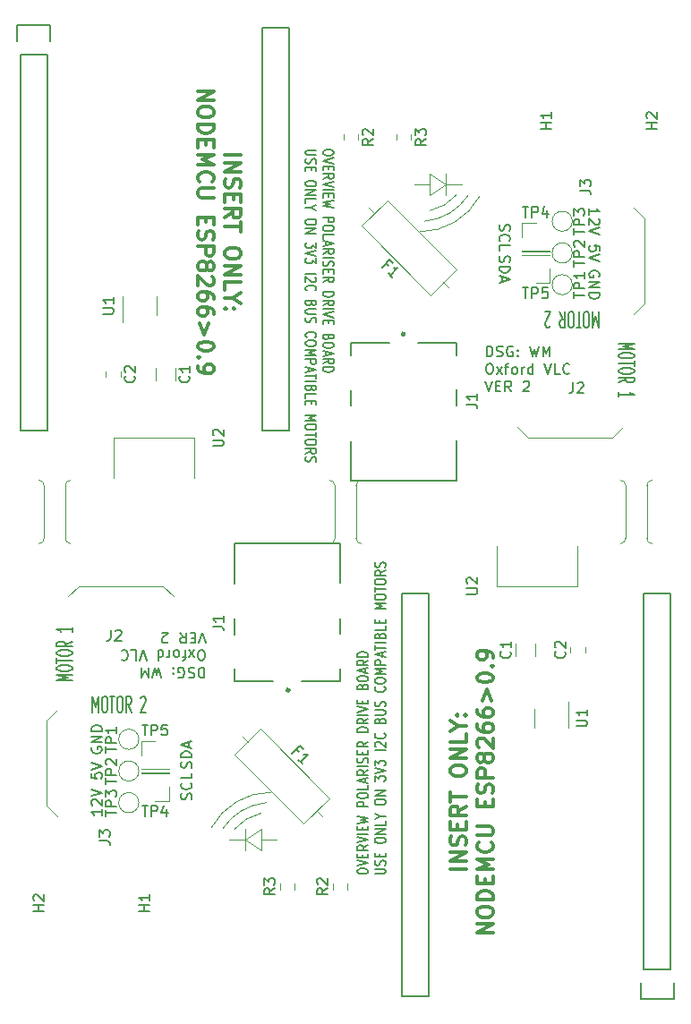
<source format=gbr>
G04 #@! TF.GenerationSoftware,KiCad,Pcbnew,5.1.6-c6e7f7d~86~ubuntu18.04.1*
G04 #@! TF.CreationDate,2020-05-28T18:46:40+01:00*
G04 #@! TF.ProjectId,polariser_drive,706f6c61-7269-4736-9572-5f6472697665,rev?*
G04 #@! TF.SameCoordinates,Original*
G04 #@! TF.FileFunction,Legend,Top*
G04 #@! TF.FilePolarity,Positive*
%FSLAX46Y46*%
G04 Gerber Fmt 4.6, Leading zero omitted, Abs format (unit mm)*
G04 Created by KiCad (PCBNEW 5.1.6-c6e7f7d~86~ubuntu18.04.1) date 2020-05-28 18:46:40*
%MOMM*%
%LPD*%
G01*
G04 APERTURE LIST*
%ADD10C,0.150000*%
%ADD11C,0.120000*%
%ADD12C,0.300000*%
%ADD13C,0.200000*%
%ADD14C,0.127000*%
G04 APERTURE END LIST*
D10*
X105500000Y-63738095D02*
X105547619Y-63642857D01*
X105547619Y-63500000D01*
X105500000Y-63357142D01*
X105404761Y-63261904D01*
X105309523Y-63214285D01*
X105119047Y-63166666D01*
X104976190Y-63166666D01*
X104785714Y-63214285D01*
X104690476Y-63261904D01*
X104595238Y-63357142D01*
X104547619Y-63500000D01*
X104547619Y-63595238D01*
X104595238Y-63738095D01*
X104642857Y-63785714D01*
X104976190Y-63785714D01*
X104976190Y-63595238D01*
X104547619Y-64214285D02*
X105547619Y-64214285D01*
X104547619Y-64785714D01*
X105547619Y-64785714D01*
X104547619Y-65261904D02*
X105547619Y-65261904D01*
X105547619Y-65500000D01*
X105500000Y-65642857D01*
X105404761Y-65738095D01*
X105309523Y-65785714D01*
X105119047Y-65833333D01*
X104976190Y-65833333D01*
X104785714Y-65785714D01*
X104690476Y-65738095D01*
X104595238Y-65642857D01*
X104547619Y-65500000D01*
X104547619Y-65261904D01*
D11*
X91000000Y-54000000D02*
X91000000Y-56000000D01*
X89500000Y-55000000D02*
X88000000Y-55000000D01*
X89500000Y-56000000D02*
X91000000Y-55000000D01*
X91000000Y-55000000D02*
X89500000Y-54000000D01*
X92500000Y-55000000D02*
X91000000Y-55000000D01*
X91999999Y-55999999D02*
G75*
G02*
X89499999Y-57499999I-3499999J2999999D01*
G01*
D10*
X80372619Y-51940357D02*
X80372619Y-52092738D01*
X80325000Y-52168928D01*
X80229761Y-52245119D01*
X80039285Y-52283214D01*
X79705952Y-52283214D01*
X79515476Y-52245119D01*
X79420238Y-52168928D01*
X79372619Y-52092738D01*
X79372619Y-51940357D01*
X79420238Y-51864166D01*
X79515476Y-51787976D01*
X79705952Y-51749880D01*
X80039285Y-51749880D01*
X80229761Y-51787976D01*
X80325000Y-51864166D01*
X80372619Y-51940357D01*
X80372619Y-52511785D02*
X79372619Y-52778452D01*
X80372619Y-53045119D01*
X79896428Y-53311785D02*
X79896428Y-53578452D01*
X79372619Y-53692738D02*
X79372619Y-53311785D01*
X80372619Y-53311785D01*
X80372619Y-53692738D01*
X79372619Y-54492738D02*
X79848809Y-54226071D01*
X79372619Y-54035595D02*
X80372619Y-54035595D01*
X80372619Y-54340357D01*
X80325000Y-54416547D01*
X80277380Y-54454642D01*
X80182142Y-54492738D01*
X80039285Y-54492738D01*
X79944047Y-54454642D01*
X79896428Y-54416547D01*
X79848809Y-54340357D01*
X79848809Y-54035595D01*
X80372619Y-54721309D02*
X79372619Y-54987976D01*
X80372619Y-55254642D01*
X79372619Y-55521309D02*
X80372619Y-55521309D01*
X79896428Y-55902261D02*
X79896428Y-56168928D01*
X79372619Y-56283214D02*
X79372619Y-55902261D01*
X80372619Y-55902261D01*
X80372619Y-56283214D01*
X80372619Y-56549880D02*
X79372619Y-56740357D01*
X80086904Y-56892738D01*
X79372619Y-57045119D01*
X80372619Y-57235595D01*
X79372619Y-58149880D02*
X80372619Y-58149880D01*
X80372619Y-58454642D01*
X80325000Y-58530833D01*
X80277380Y-58568928D01*
X80182142Y-58607023D01*
X80039285Y-58607023D01*
X79944047Y-58568928D01*
X79896428Y-58530833D01*
X79848809Y-58454642D01*
X79848809Y-58149880D01*
X80372619Y-59102261D02*
X80372619Y-59254642D01*
X80325000Y-59330833D01*
X80229761Y-59407023D01*
X80039285Y-59445119D01*
X79705952Y-59445119D01*
X79515476Y-59407023D01*
X79420238Y-59330833D01*
X79372619Y-59254642D01*
X79372619Y-59102261D01*
X79420238Y-59026071D01*
X79515476Y-58949880D01*
X79705952Y-58911785D01*
X80039285Y-58911785D01*
X80229761Y-58949880D01*
X80325000Y-59026071D01*
X80372619Y-59102261D01*
X79372619Y-60168928D02*
X79372619Y-59787976D01*
X80372619Y-59787976D01*
X79658333Y-60397500D02*
X79658333Y-60778452D01*
X79372619Y-60321309D02*
X80372619Y-60587976D01*
X79372619Y-60854642D01*
X79372619Y-61578452D02*
X79848809Y-61311785D01*
X79372619Y-61121309D02*
X80372619Y-61121309D01*
X80372619Y-61426071D01*
X80325000Y-61502261D01*
X80277380Y-61540357D01*
X80182142Y-61578452D01*
X80039285Y-61578452D01*
X79944047Y-61540357D01*
X79896428Y-61502261D01*
X79848809Y-61426071D01*
X79848809Y-61121309D01*
X79372619Y-61921309D02*
X80372619Y-61921309D01*
X79420238Y-62264166D02*
X79372619Y-62378452D01*
X79372619Y-62568928D01*
X79420238Y-62645119D01*
X79467857Y-62683214D01*
X79563095Y-62721309D01*
X79658333Y-62721309D01*
X79753571Y-62683214D01*
X79801190Y-62645119D01*
X79848809Y-62568928D01*
X79896428Y-62416547D01*
X79944047Y-62340357D01*
X79991666Y-62302261D01*
X80086904Y-62264166D01*
X80182142Y-62264166D01*
X80277380Y-62302261D01*
X80325000Y-62340357D01*
X80372619Y-62416547D01*
X80372619Y-62607023D01*
X80325000Y-62721309D01*
X79896428Y-63064166D02*
X79896428Y-63330833D01*
X79372619Y-63445119D02*
X79372619Y-63064166D01*
X80372619Y-63064166D01*
X80372619Y-63445119D01*
X79372619Y-64245119D02*
X79848809Y-63978452D01*
X79372619Y-63787976D02*
X80372619Y-63787976D01*
X80372619Y-64092738D01*
X80325000Y-64168928D01*
X80277380Y-64207023D01*
X80182142Y-64245119D01*
X80039285Y-64245119D01*
X79944047Y-64207023D01*
X79896428Y-64168928D01*
X79848809Y-64092738D01*
X79848809Y-63787976D01*
X79372619Y-65197500D02*
X80372619Y-65197500D01*
X80372619Y-65387976D01*
X80325000Y-65502261D01*
X80229761Y-65578452D01*
X80134523Y-65616547D01*
X79944047Y-65654642D01*
X79801190Y-65654642D01*
X79610714Y-65616547D01*
X79515476Y-65578452D01*
X79420238Y-65502261D01*
X79372619Y-65387976D01*
X79372619Y-65197500D01*
X79372619Y-66454642D02*
X79848809Y-66187976D01*
X79372619Y-65997500D02*
X80372619Y-65997500D01*
X80372619Y-66302261D01*
X80325000Y-66378452D01*
X80277380Y-66416547D01*
X80182142Y-66454642D01*
X80039285Y-66454642D01*
X79944047Y-66416547D01*
X79896428Y-66378452D01*
X79848809Y-66302261D01*
X79848809Y-65997500D01*
X79372619Y-66797500D02*
X80372619Y-66797500D01*
X80372619Y-67064166D02*
X79372619Y-67330833D01*
X80372619Y-67597500D01*
X79896428Y-67864166D02*
X79896428Y-68130833D01*
X79372619Y-68245119D02*
X79372619Y-67864166D01*
X80372619Y-67864166D01*
X80372619Y-68245119D01*
X79896428Y-69464166D02*
X79848809Y-69578452D01*
X79801190Y-69616547D01*
X79705952Y-69654642D01*
X79563095Y-69654642D01*
X79467857Y-69616547D01*
X79420238Y-69578452D01*
X79372619Y-69502261D01*
X79372619Y-69197500D01*
X80372619Y-69197500D01*
X80372619Y-69464166D01*
X80325000Y-69540357D01*
X80277380Y-69578452D01*
X80182142Y-69616547D01*
X80086904Y-69616547D01*
X79991666Y-69578452D01*
X79944047Y-69540357D01*
X79896428Y-69464166D01*
X79896428Y-69197500D01*
X80372619Y-70149880D02*
X80372619Y-70302261D01*
X80325000Y-70378452D01*
X80229761Y-70454642D01*
X80039285Y-70492738D01*
X79705952Y-70492738D01*
X79515476Y-70454642D01*
X79420238Y-70378452D01*
X79372619Y-70302261D01*
X79372619Y-70149880D01*
X79420238Y-70073690D01*
X79515476Y-69997500D01*
X79705952Y-69959404D01*
X80039285Y-69959404D01*
X80229761Y-69997500D01*
X80325000Y-70073690D01*
X80372619Y-70149880D01*
X79658333Y-70797500D02*
X79658333Y-71178452D01*
X79372619Y-70721309D02*
X80372619Y-70987976D01*
X79372619Y-71254642D01*
X79372619Y-71978452D02*
X79848809Y-71711785D01*
X79372619Y-71521309D02*
X80372619Y-71521309D01*
X80372619Y-71826071D01*
X80325000Y-71902261D01*
X80277380Y-71940357D01*
X80182142Y-71978452D01*
X80039285Y-71978452D01*
X79944047Y-71940357D01*
X79896428Y-71902261D01*
X79848809Y-71826071D01*
X79848809Y-71521309D01*
X79372619Y-72321309D02*
X80372619Y-72321309D01*
X80372619Y-72511785D01*
X80325000Y-72626071D01*
X80229761Y-72702261D01*
X80134523Y-72740357D01*
X79944047Y-72778452D01*
X79801190Y-72778452D01*
X79610714Y-72740357D01*
X79515476Y-72702261D01*
X79420238Y-72626071D01*
X79372619Y-72511785D01*
X79372619Y-72321309D01*
X78722619Y-51787976D02*
X77913095Y-51787976D01*
X77817857Y-51826071D01*
X77770238Y-51864166D01*
X77722619Y-51940357D01*
X77722619Y-52092738D01*
X77770238Y-52168928D01*
X77817857Y-52207023D01*
X77913095Y-52245119D01*
X78722619Y-52245119D01*
X77770238Y-52587976D02*
X77722619Y-52702261D01*
X77722619Y-52892738D01*
X77770238Y-52968928D01*
X77817857Y-53007023D01*
X77913095Y-53045119D01*
X78008333Y-53045119D01*
X78103571Y-53007023D01*
X78151190Y-52968928D01*
X78198809Y-52892738D01*
X78246428Y-52740357D01*
X78294047Y-52664166D01*
X78341666Y-52626071D01*
X78436904Y-52587976D01*
X78532142Y-52587976D01*
X78627380Y-52626071D01*
X78675000Y-52664166D01*
X78722619Y-52740357D01*
X78722619Y-52930833D01*
X78675000Y-53045119D01*
X78246428Y-53387976D02*
X78246428Y-53654642D01*
X77722619Y-53768928D02*
X77722619Y-53387976D01*
X78722619Y-53387976D01*
X78722619Y-53768928D01*
X78722619Y-54873690D02*
X78722619Y-55026071D01*
X78675000Y-55102261D01*
X78579761Y-55178452D01*
X78389285Y-55216547D01*
X78055952Y-55216547D01*
X77865476Y-55178452D01*
X77770238Y-55102261D01*
X77722619Y-55026071D01*
X77722619Y-54873690D01*
X77770238Y-54797500D01*
X77865476Y-54721309D01*
X78055952Y-54683214D01*
X78389285Y-54683214D01*
X78579761Y-54721309D01*
X78675000Y-54797500D01*
X78722619Y-54873690D01*
X77722619Y-55559404D02*
X78722619Y-55559404D01*
X77722619Y-56016547D01*
X78722619Y-56016547D01*
X77722619Y-56778452D02*
X77722619Y-56397500D01*
X78722619Y-56397500D01*
X78198809Y-57197500D02*
X77722619Y-57197500D01*
X78722619Y-56930833D02*
X78198809Y-57197500D01*
X78722619Y-57464166D01*
X78722619Y-58492738D02*
X78722619Y-58645119D01*
X78675000Y-58721309D01*
X78579761Y-58797500D01*
X78389285Y-58835595D01*
X78055952Y-58835595D01*
X77865476Y-58797500D01*
X77770238Y-58721309D01*
X77722619Y-58645119D01*
X77722619Y-58492738D01*
X77770238Y-58416547D01*
X77865476Y-58340357D01*
X78055952Y-58302261D01*
X78389285Y-58302261D01*
X78579761Y-58340357D01*
X78675000Y-58416547D01*
X78722619Y-58492738D01*
X77722619Y-59178452D02*
X78722619Y-59178452D01*
X77722619Y-59635595D01*
X78722619Y-59635595D01*
X78722619Y-60549880D02*
X78722619Y-61045119D01*
X78341666Y-60778452D01*
X78341666Y-60892738D01*
X78294047Y-60968928D01*
X78246428Y-61007023D01*
X78151190Y-61045119D01*
X77913095Y-61045119D01*
X77817857Y-61007023D01*
X77770238Y-60968928D01*
X77722619Y-60892738D01*
X77722619Y-60664166D01*
X77770238Y-60587976D01*
X77817857Y-60549880D01*
X78722619Y-61273690D02*
X77722619Y-61540357D01*
X78722619Y-61807023D01*
X78722619Y-61997500D02*
X78722619Y-62492738D01*
X78341666Y-62226071D01*
X78341666Y-62340357D01*
X78294047Y-62416547D01*
X78246428Y-62454642D01*
X78151190Y-62492738D01*
X77913095Y-62492738D01*
X77817857Y-62454642D01*
X77770238Y-62416547D01*
X77722619Y-62340357D01*
X77722619Y-62111785D01*
X77770238Y-62035595D01*
X77817857Y-61997500D01*
X77722619Y-63445119D02*
X78722619Y-63445119D01*
X78627380Y-63787976D02*
X78675000Y-63826071D01*
X78722619Y-63902261D01*
X78722619Y-64092738D01*
X78675000Y-64168928D01*
X78627380Y-64207023D01*
X78532142Y-64245119D01*
X78436904Y-64245119D01*
X78294047Y-64207023D01*
X77722619Y-63749880D01*
X77722619Y-64245119D01*
X77817857Y-65045119D02*
X77770238Y-65007023D01*
X77722619Y-64892738D01*
X77722619Y-64816547D01*
X77770238Y-64702261D01*
X77865476Y-64626071D01*
X77960714Y-64587976D01*
X78151190Y-64549880D01*
X78294047Y-64549880D01*
X78484523Y-64587976D01*
X78579761Y-64626071D01*
X78675000Y-64702261D01*
X78722619Y-64816547D01*
X78722619Y-64892738D01*
X78675000Y-65007023D01*
X78627380Y-65045119D01*
X78246428Y-66264166D02*
X78198809Y-66378452D01*
X78151190Y-66416547D01*
X78055952Y-66454642D01*
X77913095Y-66454642D01*
X77817857Y-66416547D01*
X77770238Y-66378452D01*
X77722619Y-66302261D01*
X77722619Y-65997500D01*
X78722619Y-65997500D01*
X78722619Y-66264166D01*
X78675000Y-66340357D01*
X78627380Y-66378452D01*
X78532142Y-66416547D01*
X78436904Y-66416547D01*
X78341666Y-66378452D01*
X78294047Y-66340357D01*
X78246428Y-66264166D01*
X78246428Y-65997500D01*
X78722619Y-66797500D02*
X77913095Y-66797500D01*
X77817857Y-66835595D01*
X77770238Y-66873690D01*
X77722619Y-66949880D01*
X77722619Y-67102261D01*
X77770238Y-67178452D01*
X77817857Y-67216547D01*
X77913095Y-67254642D01*
X78722619Y-67254642D01*
X77770238Y-67597500D02*
X77722619Y-67711785D01*
X77722619Y-67902261D01*
X77770238Y-67978452D01*
X77817857Y-68016547D01*
X77913095Y-68054642D01*
X78008333Y-68054642D01*
X78103571Y-68016547D01*
X78151190Y-67978452D01*
X78198809Y-67902261D01*
X78246428Y-67749880D01*
X78294047Y-67673690D01*
X78341666Y-67635595D01*
X78436904Y-67597500D01*
X78532142Y-67597500D01*
X78627380Y-67635595D01*
X78675000Y-67673690D01*
X78722619Y-67749880D01*
X78722619Y-67940357D01*
X78675000Y-68054642D01*
X77817857Y-69464166D02*
X77770238Y-69426071D01*
X77722619Y-69311785D01*
X77722619Y-69235595D01*
X77770238Y-69121309D01*
X77865476Y-69045119D01*
X77960714Y-69007023D01*
X78151190Y-68968928D01*
X78294047Y-68968928D01*
X78484523Y-69007023D01*
X78579761Y-69045119D01*
X78675000Y-69121309D01*
X78722619Y-69235595D01*
X78722619Y-69311785D01*
X78675000Y-69426071D01*
X78627380Y-69464166D01*
X78722619Y-69959404D02*
X78722619Y-70111785D01*
X78675000Y-70187976D01*
X78579761Y-70264166D01*
X78389285Y-70302261D01*
X78055952Y-70302261D01*
X77865476Y-70264166D01*
X77770238Y-70187976D01*
X77722619Y-70111785D01*
X77722619Y-69959404D01*
X77770238Y-69883214D01*
X77865476Y-69807023D01*
X78055952Y-69768928D01*
X78389285Y-69768928D01*
X78579761Y-69807023D01*
X78675000Y-69883214D01*
X78722619Y-69959404D01*
X77722619Y-70645119D02*
X78722619Y-70645119D01*
X78008333Y-70911785D01*
X78722619Y-71178452D01*
X77722619Y-71178452D01*
X77722619Y-71559404D02*
X78722619Y-71559404D01*
X78722619Y-71864166D01*
X78675000Y-71940357D01*
X78627380Y-71978452D01*
X78532142Y-72016547D01*
X78389285Y-72016547D01*
X78294047Y-71978452D01*
X78246428Y-71940357D01*
X78198809Y-71864166D01*
X78198809Y-71559404D01*
X78008333Y-72321309D02*
X78008333Y-72702261D01*
X77722619Y-72245119D02*
X78722619Y-72511785D01*
X77722619Y-72778452D01*
X78722619Y-72930833D02*
X78722619Y-73387976D01*
X77722619Y-73159404D02*
X78722619Y-73159404D01*
X77722619Y-73654642D02*
X78722619Y-73654642D01*
X78246428Y-74302261D02*
X78198809Y-74416547D01*
X78151190Y-74454642D01*
X78055952Y-74492738D01*
X77913095Y-74492738D01*
X77817857Y-74454642D01*
X77770238Y-74416547D01*
X77722619Y-74340357D01*
X77722619Y-74035595D01*
X78722619Y-74035595D01*
X78722619Y-74302261D01*
X78675000Y-74378452D01*
X78627380Y-74416547D01*
X78532142Y-74454642D01*
X78436904Y-74454642D01*
X78341666Y-74416547D01*
X78294047Y-74378452D01*
X78246428Y-74302261D01*
X78246428Y-74035595D01*
X77722619Y-75216547D02*
X77722619Y-74835595D01*
X78722619Y-74835595D01*
X78246428Y-75483214D02*
X78246428Y-75749880D01*
X77722619Y-75864166D02*
X77722619Y-75483214D01*
X78722619Y-75483214D01*
X78722619Y-75864166D01*
X77722619Y-76816547D02*
X78722619Y-76816547D01*
X78008333Y-77083214D01*
X78722619Y-77349880D01*
X77722619Y-77349880D01*
X78722619Y-77883214D02*
X78722619Y-78035595D01*
X78675000Y-78111785D01*
X78579761Y-78187976D01*
X78389285Y-78226071D01*
X78055952Y-78226071D01*
X77865476Y-78187976D01*
X77770238Y-78111785D01*
X77722619Y-78035595D01*
X77722619Y-77883214D01*
X77770238Y-77807023D01*
X77865476Y-77730833D01*
X78055952Y-77692738D01*
X78389285Y-77692738D01*
X78579761Y-77730833D01*
X78675000Y-77807023D01*
X78722619Y-77883214D01*
X78722619Y-78454642D02*
X78722619Y-78911785D01*
X77722619Y-78683214D02*
X78722619Y-78683214D01*
X78722619Y-79330833D02*
X78722619Y-79483214D01*
X78675000Y-79559404D01*
X78579761Y-79635595D01*
X78389285Y-79673690D01*
X78055952Y-79673690D01*
X77865476Y-79635595D01*
X77770238Y-79559404D01*
X77722619Y-79483214D01*
X77722619Y-79330833D01*
X77770238Y-79254642D01*
X77865476Y-79178452D01*
X78055952Y-79140357D01*
X78389285Y-79140357D01*
X78579761Y-79178452D01*
X78675000Y-79254642D01*
X78722619Y-79330833D01*
X77722619Y-80473690D02*
X78198809Y-80207023D01*
X77722619Y-80016547D02*
X78722619Y-80016547D01*
X78722619Y-80321309D01*
X78675000Y-80397500D01*
X78627380Y-80435595D01*
X78532142Y-80473690D01*
X78389285Y-80473690D01*
X78294047Y-80435595D01*
X78246428Y-80397500D01*
X78198809Y-80321309D01*
X78198809Y-80016547D01*
X77770238Y-80778452D02*
X77722619Y-80892738D01*
X77722619Y-81083214D01*
X77770238Y-81159404D01*
X77817857Y-81197500D01*
X77913095Y-81235595D01*
X78008333Y-81235595D01*
X78103571Y-81197500D01*
X78151190Y-81159404D01*
X78198809Y-81083214D01*
X78246428Y-80930833D01*
X78294047Y-80854642D01*
X78341666Y-80816547D01*
X78436904Y-80778452D01*
X78532142Y-80778452D01*
X78627380Y-80816547D01*
X78675000Y-80854642D01*
X78722619Y-80930833D01*
X78722619Y-81121309D01*
X78675000Y-81235595D01*
X105547619Y-61309523D02*
X105547619Y-60833333D01*
X105071428Y-60785714D01*
X105119047Y-60833333D01*
X105166666Y-60928571D01*
X105166666Y-61166666D01*
X105119047Y-61261904D01*
X105071428Y-61309523D01*
X104976190Y-61357142D01*
X104738095Y-61357142D01*
X104642857Y-61309523D01*
X104595238Y-61261904D01*
X104547619Y-61166666D01*
X104547619Y-60928571D01*
X104595238Y-60833333D01*
X104642857Y-60785714D01*
X105547619Y-61642857D02*
X104547619Y-61976190D01*
X105547619Y-62309523D01*
D11*
X67200000Y-79000000D02*
X59600000Y-79000000D01*
X59600000Y-79000000D02*
X59600000Y-82800000D01*
X89500000Y-54000000D02*
X89500000Y-56000000D01*
X93095146Y-56063432D02*
G75*
G02*
X88999999Y-58499999I-4595146J3063432D01*
G01*
X94206321Y-56112539D02*
G75*
G02*
X88500000Y-59500000I-5706321J3112539D01*
G01*
D10*
X94835595Y-71302380D02*
X94835595Y-70302380D01*
X95073690Y-70302380D01*
X95216547Y-70350000D01*
X95311785Y-70445238D01*
X95359404Y-70540476D01*
X95407023Y-70730952D01*
X95407023Y-70873809D01*
X95359404Y-71064285D01*
X95311785Y-71159523D01*
X95216547Y-71254761D01*
X95073690Y-71302380D01*
X94835595Y-71302380D01*
X95787976Y-71254761D02*
X95930833Y-71302380D01*
X96168928Y-71302380D01*
X96264166Y-71254761D01*
X96311785Y-71207142D01*
X96359404Y-71111904D01*
X96359404Y-71016666D01*
X96311785Y-70921428D01*
X96264166Y-70873809D01*
X96168928Y-70826190D01*
X95978452Y-70778571D01*
X95883214Y-70730952D01*
X95835595Y-70683333D01*
X95787976Y-70588095D01*
X95787976Y-70492857D01*
X95835595Y-70397619D01*
X95883214Y-70350000D01*
X95978452Y-70302380D01*
X96216547Y-70302380D01*
X96359404Y-70350000D01*
X97311785Y-70350000D02*
X97216547Y-70302380D01*
X97073690Y-70302380D01*
X96930833Y-70350000D01*
X96835595Y-70445238D01*
X96787976Y-70540476D01*
X96740357Y-70730952D01*
X96740357Y-70873809D01*
X96787976Y-71064285D01*
X96835595Y-71159523D01*
X96930833Y-71254761D01*
X97073690Y-71302380D01*
X97168928Y-71302380D01*
X97311785Y-71254761D01*
X97359404Y-71207142D01*
X97359404Y-70873809D01*
X97168928Y-70873809D01*
X97787976Y-71207142D02*
X97835595Y-71254761D01*
X97787976Y-71302380D01*
X97740357Y-71254761D01*
X97787976Y-71207142D01*
X97787976Y-71302380D01*
X97787976Y-70683333D02*
X97835595Y-70730952D01*
X97787976Y-70778571D01*
X97740357Y-70730952D01*
X97787976Y-70683333D01*
X97787976Y-70778571D01*
X98930833Y-70302380D02*
X99168928Y-71302380D01*
X99359404Y-70588095D01*
X99549880Y-71302380D01*
X99787976Y-70302380D01*
X100168928Y-71302380D02*
X100168928Y-70302380D01*
X100502261Y-71016666D01*
X100835595Y-70302380D01*
X100835595Y-71302380D01*
X95026071Y-71952380D02*
X95216547Y-71952380D01*
X95311785Y-72000000D01*
X95407023Y-72095238D01*
X95454642Y-72285714D01*
X95454642Y-72619047D01*
X95407023Y-72809523D01*
X95311785Y-72904761D01*
X95216547Y-72952380D01*
X95026071Y-72952380D01*
X94930833Y-72904761D01*
X94835595Y-72809523D01*
X94787976Y-72619047D01*
X94787976Y-72285714D01*
X94835595Y-72095238D01*
X94930833Y-72000000D01*
X95026071Y-71952380D01*
X95787976Y-72952380D02*
X96311785Y-72285714D01*
X95787976Y-72285714D02*
X96311785Y-72952380D01*
X96549880Y-72285714D02*
X96930833Y-72285714D01*
X96692738Y-72952380D02*
X96692738Y-72095238D01*
X96740357Y-72000000D01*
X96835595Y-71952380D01*
X96930833Y-71952380D01*
X97407023Y-72952380D02*
X97311785Y-72904761D01*
X97264166Y-72857142D01*
X97216547Y-72761904D01*
X97216547Y-72476190D01*
X97264166Y-72380952D01*
X97311785Y-72333333D01*
X97407023Y-72285714D01*
X97549880Y-72285714D01*
X97645119Y-72333333D01*
X97692738Y-72380952D01*
X97740357Y-72476190D01*
X97740357Y-72761904D01*
X97692738Y-72857142D01*
X97645119Y-72904761D01*
X97549880Y-72952380D01*
X97407023Y-72952380D01*
X98168928Y-72952380D02*
X98168928Y-72285714D01*
X98168928Y-72476190D02*
X98216547Y-72380952D01*
X98264166Y-72333333D01*
X98359404Y-72285714D01*
X98454642Y-72285714D01*
X99216547Y-72952380D02*
X99216547Y-71952380D01*
X99216547Y-72904761D02*
X99121309Y-72952380D01*
X98930833Y-72952380D01*
X98835595Y-72904761D01*
X98787976Y-72857142D01*
X98740357Y-72761904D01*
X98740357Y-72476190D01*
X98787976Y-72380952D01*
X98835595Y-72333333D01*
X98930833Y-72285714D01*
X99121309Y-72285714D01*
X99216547Y-72333333D01*
X100311785Y-71952380D02*
X100645119Y-72952380D01*
X100978452Y-71952380D01*
X101787976Y-72952380D02*
X101311785Y-72952380D01*
X101311785Y-71952380D01*
X102692738Y-72857142D02*
X102645119Y-72904761D01*
X102502261Y-72952380D01*
X102407023Y-72952380D01*
X102264166Y-72904761D01*
X102168928Y-72809523D01*
X102121309Y-72714285D01*
X102073690Y-72523809D01*
X102073690Y-72380952D01*
X102121309Y-72190476D01*
X102168928Y-72095238D01*
X102264166Y-72000000D01*
X102407023Y-71952380D01*
X102502261Y-71952380D01*
X102645119Y-72000000D01*
X102692738Y-72047619D01*
X94692738Y-73602380D02*
X95026071Y-74602380D01*
X95359404Y-73602380D01*
X95692738Y-74078571D02*
X96026071Y-74078571D01*
X96168928Y-74602380D02*
X95692738Y-74602380D01*
X95692738Y-73602380D01*
X96168928Y-73602380D01*
X97168928Y-74602380D02*
X96835595Y-74126190D01*
X96597500Y-74602380D02*
X96597500Y-73602380D01*
X96978452Y-73602380D01*
X97073690Y-73650000D01*
X97121309Y-73697619D01*
X97168928Y-73792857D01*
X97168928Y-73935714D01*
X97121309Y-74030952D01*
X97073690Y-74078571D01*
X96978452Y-74126190D01*
X96597500Y-74126190D01*
X98311785Y-73697619D02*
X98359404Y-73650000D01*
X98454642Y-73602380D01*
X98692738Y-73602380D01*
X98787976Y-73650000D01*
X98835595Y-73697619D01*
X98883214Y-73792857D01*
X98883214Y-73888095D01*
X98835595Y-74030952D01*
X98264166Y-74602380D01*
X98883214Y-74602380D01*
X96095238Y-61785714D02*
X96047619Y-61928571D01*
X96047619Y-62166666D01*
X96095238Y-62261904D01*
X96142857Y-62309523D01*
X96238095Y-62357142D01*
X96333333Y-62357142D01*
X96428571Y-62309523D01*
X96476190Y-62261904D01*
X96523809Y-62166666D01*
X96571428Y-61976190D01*
X96619047Y-61880952D01*
X96666666Y-61833333D01*
X96761904Y-61785714D01*
X96857142Y-61785714D01*
X96952380Y-61833333D01*
X97000000Y-61880952D01*
X97047619Y-61976190D01*
X97047619Y-62214285D01*
X97000000Y-62357142D01*
X96047619Y-62785714D02*
X97047619Y-62785714D01*
X97047619Y-63023809D01*
X97000000Y-63166666D01*
X96904761Y-63261904D01*
X96809523Y-63309523D01*
X96619047Y-63357142D01*
X96476190Y-63357142D01*
X96285714Y-63309523D01*
X96190476Y-63261904D01*
X96095238Y-63166666D01*
X96047619Y-63023809D01*
X96047619Y-62785714D01*
X96333333Y-63738095D02*
X96333333Y-64214285D01*
X96047619Y-63642857D02*
X97047619Y-63976190D01*
X96047619Y-64309523D01*
D12*
X70096428Y-52250000D02*
X71596428Y-52250000D01*
X70096428Y-52964285D02*
X71596428Y-52964285D01*
X70096428Y-53821428D01*
X71596428Y-53821428D01*
X70167857Y-54464285D02*
X70096428Y-54678571D01*
X70096428Y-55035714D01*
X70167857Y-55178571D01*
X70239285Y-55250000D01*
X70382142Y-55321428D01*
X70525000Y-55321428D01*
X70667857Y-55250000D01*
X70739285Y-55178571D01*
X70810714Y-55035714D01*
X70882142Y-54750000D01*
X70953571Y-54607142D01*
X71025000Y-54535714D01*
X71167857Y-54464285D01*
X71310714Y-54464285D01*
X71453571Y-54535714D01*
X71525000Y-54607142D01*
X71596428Y-54750000D01*
X71596428Y-55107142D01*
X71525000Y-55321428D01*
X70882142Y-55964285D02*
X70882142Y-56464285D01*
X70096428Y-56678571D02*
X70096428Y-55964285D01*
X71596428Y-55964285D01*
X71596428Y-56678571D01*
X70096428Y-58178571D02*
X70810714Y-57678571D01*
X70096428Y-57321428D02*
X71596428Y-57321428D01*
X71596428Y-57892857D01*
X71525000Y-58035714D01*
X71453571Y-58107142D01*
X71310714Y-58178571D01*
X71096428Y-58178571D01*
X70953571Y-58107142D01*
X70882142Y-58035714D01*
X70810714Y-57892857D01*
X70810714Y-57321428D01*
X71596428Y-58607142D02*
X71596428Y-59464285D01*
X70096428Y-59035714D02*
X71596428Y-59035714D01*
X71596428Y-61392857D02*
X71596428Y-61678571D01*
X71525000Y-61821428D01*
X71382142Y-61964285D01*
X71096428Y-62035714D01*
X70596428Y-62035714D01*
X70310714Y-61964285D01*
X70167857Y-61821428D01*
X70096428Y-61678571D01*
X70096428Y-61392857D01*
X70167857Y-61250000D01*
X70310714Y-61107142D01*
X70596428Y-61035714D01*
X71096428Y-61035714D01*
X71382142Y-61107142D01*
X71525000Y-61250000D01*
X71596428Y-61392857D01*
X70096428Y-62678571D02*
X71596428Y-62678571D01*
X70096428Y-63535714D01*
X71596428Y-63535714D01*
X70096428Y-64964285D02*
X70096428Y-64250000D01*
X71596428Y-64250000D01*
X70810714Y-65750000D02*
X70096428Y-65750000D01*
X71596428Y-65250000D02*
X70810714Y-65750000D01*
X71596428Y-66250000D01*
X70239285Y-66750000D02*
X70167857Y-66821428D01*
X70096428Y-66750000D01*
X70167857Y-66678571D01*
X70239285Y-66750000D01*
X70096428Y-66750000D01*
X71025000Y-66750000D02*
X70953571Y-66821428D01*
X70882142Y-66750000D01*
X70953571Y-66678571D01*
X71025000Y-66750000D01*
X70882142Y-66750000D01*
X67546428Y-46178571D02*
X69046428Y-46178571D01*
X67546428Y-47035714D01*
X69046428Y-47035714D01*
X69046428Y-48035714D02*
X69046428Y-48321428D01*
X68975000Y-48464285D01*
X68832142Y-48607142D01*
X68546428Y-48678571D01*
X68046428Y-48678571D01*
X67760714Y-48607142D01*
X67617857Y-48464285D01*
X67546428Y-48321428D01*
X67546428Y-48035714D01*
X67617857Y-47892857D01*
X67760714Y-47750000D01*
X68046428Y-47678571D01*
X68546428Y-47678571D01*
X68832142Y-47750000D01*
X68975000Y-47892857D01*
X69046428Y-48035714D01*
X67546428Y-49321428D02*
X69046428Y-49321428D01*
X69046428Y-49678571D01*
X68975000Y-49892857D01*
X68832142Y-50035714D01*
X68689285Y-50107142D01*
X68403571Y-50178571D01*
X68189285Y-50178571D01*
X67903571Y-50107142D01*
X67760714Y-50035714D01*
X67617857Y-49892857D01*
X67546428Y-49678571D01*
X67546428Y-49321428D01*
X68332142Y-50821428D02*
X68332142Y-51321428D01*
X67546428Y-51535714D02*
X67546428Y-50821428D01*
X69046428Y-50821428D01*
X69046428Y-51535714D01*
X67546428Y-52178571D02*
X69046428Y-52178571D01*
X67975000Y-52678571D01*
X69046428Y-53178571D01*
X67546428Y-53178571D01*
X67689285Y-54750000D02*
X67617857Y-54678571D01*
X67546428Y-54464285D01*
X67546428Y-54321428D01*
X67617857Y-54107142D01*
X67760714Y-53964285D01*
X67903571Y-53892857D01*
X68189285Y-53821428D01*
X68403571Y-53821428D01*
X68689285Y-53892857D01*
X68832142Y-53964285D01*
X68975000Y-54107142D01*
X69046428Y-54321428D01*
X69046428Y-54464285D01*
X68975000Y-54678571D01*
X68903571Y-54750000D01*
X69046428Y-55392857D02*
X67832142Y-55392857D01*
X67689285Y-55464285D01*
X67617857Y-55535714D01*
X67546428Y-55678571D01*
X67546428Y-55964285D01*
X67617857Y-56107142D01*
X67689285Y-56178571D01*
X67832142Y-56250000D01*
X69046428Y-56250000D01*
X68332142Y-58107142D02*
X68332142Y-58607142D01*
X67546428Y-58821428D02*
X67546428Y-58107142D01*
X69046428Y-58107142D01*
X69046428Y-58821428D01*
X67617857Y-59392857D02*
X67546428Y-59607142D01*
X67546428Y-59964285D01*
X67617857Y-60107142D01*
X67689285Y-60178571D01*
X67832142Y-60250000D01*
X67975000Y-60250000D01*
X68117857Y-60178571D01*
X68189285Y-60107142D01*
X68260714Y-59964285D01*
X68332142Y-59678571D01*
X68403571Y-59535714D01*
X68475000Y-59464285D01*
X68617857Y-59392857D01*
X68760714Y-59392857D01*
X68903571Y-59464285D01*
X68975000Y-59535714D01*
X69046428Y-59678571D01*
X69046428Y-60035714D01*
X68975000Y-60250000D01*
X67546428Y-60892857D02*
X69046428Y-60892857D01*
X69046428Y-61464285D01*
X68975000Y-61607142D01*
X68903571Y-61678571D01*
X68760714Y-61750000D01*
X68546428Y-61750000D01*
X68403571Y-61678571D01*
X68332142Y-61607142D01*
X68260714Y-61464285D01*
X68260714Y-60892857D01*
X68403571Y-62607142D02*
X68475000Y-62464285D01*
X68546428Y-62392857D01*
X68689285Y-62321428D01*
X68760714Y-62321428D01*
X68903571Y-62392857D01*
X68975000Y-62464285D01*
X69046428Y-62607142D01*
X69046428Y-62892857D01*
X68975000Y-63035714D01*
X68903571Y-63107142D01*
X68760714Y-63178571D01*
X68689285Y-63178571D01*
X68546428Y-63107142D01*
X68475000Y-63035714D01*
X68403571Y-62892857D01*
X68403571Y-62607142D01*
X68332142Y-62464285D01*
X68260714Y-62392857D01*
X68117857Y-62321428D01*
X67832142Y-62321428D01*
X67689285Y-62392857D01*
X67617857Y-62464285D01*
X67546428Y-62607142D01*
X67546428Y-62892857D01*
X67617857Y-63035714D01*
X67689285Y-63107142D01*
X67832142Y-63178571D01*
X68117857Y-63178571D01*
X68260714Y-63107142D01*
X68332142Y-63035714D01*
X68403571Y-62892857D01*
X68903571Y-63750000D02*
X68975000Y-63821428D01*
X69046428Y-63964285D01*
X69046428Y-64321428D01*
X68975000Y-64464285D01*
X68903571Y-64535714D01*
X68760714Y-64607142D01*
X68617857Y-64607142D01*
X68403571Y-64535714D01*
X67546428Y-63678571D01*
X67546428Y-64607142D01*
X69046428Y-65892857D02*
X69046428Y-65607142D01*
X68975000Y-65464285D01*
X68903571Y-65392857D01*
X68689285Y-65250000D01*
X68403571Y-65178571D01*
X67832142Y-65178571D01*
X67689285Y-65250000D01*
X67617857Y-65321428D01*
X67546428Y-65464285D01*
X67546428Y-65750000D01*
X67617857Y-65892857D01*
X67689285Y-65964285D01*
X67832142Y-66035714D01*
X68189285Y-66035714D01*
X68332142Y-65964285D01*
X68403571Y-65892857D01*
X68475000Y-65750000D01*
X68475000Y-65464285D01*
X68403571Y-65321428D01*
X68332142Y-65250000D01*
X68189285Y-65178571D01*
X69046428Y-67321428D02*
X69046428Y-67035714D01*
X68975000Y-66892857D01*
X68903571Y-66821428D01*
X68689285Y-66678571D01*
X68403571Y-66607142D01*
X67832142Y-66607142D01*
X67689285Y-66678571D01*
X67617857Y-66750000D01*
X67546428Y-66892857D01*
X67546428Y-67178571D01*
X67617857Y-67321428D01*
X67689285Y-67392857D01*
X67832142Y-67464285D01*
X68189285Y-67464285D01*
X68332142Y-67392857D01*
X68403571Y-67321428D01*
X68475000Y-67178571D01*
X68475000Y-66892857D01*
X68403571Y-66750000D01*
X68332142Y-66678571D01*
X68189285Y-66607142D01*
X68546428Y-68107142D02*
X68117857Y-69250000D01*
X67689285Y-68107142D01*
X69046428Y-70250000D02*
X69046428Y-70392857D01*
X68975000Y-70535714D01*
X68903571Y-70607142D01*
X68760714Y-70678571D01*
X68475000Y-70750000D01*
X68117857Y-70750000D01*
X67832142Y-70678571D01*
X67689285Y-70607142D01*
X67617857Y-70535714D01*
X67546428Y-70392857D01*
X67546428Y-70250000D01*
X67617857Y-70107142D01*
X67689285Y-70035714D01*
X67832142Y-69964285D01*
X68117857Y-69892857D01*
X68475000Y-69892857D01*
X68760714Y-69964285D01*
X68903571Y-70035714D01*
X68975000Y-70107142D01*
X69046428Y-70250000D01*
X67689285Y-71392857D02*
X67617857Y-71464285D01*
X67546428Y-71392857D01*
X67617857Y-71321428D01*
X67689285Y-71392857D01*
X67546428Y-71392857D01*
X67546428Y-72178571D02*
X67546428Y-72464285D01*
X67617857Y-72607142D01*
X67689285Y-72678571D01*
X67903571Y-72821428D01*
X68189285Y-72892857D01*
X68760714Y-72892857D01*
X68903571Y-72821428D01*
X68975000Y-72750000D01*
X69046428Y-72607142D01*
X69046428Y-72321428D01*
X68975000Y-72178571D01*
X68903571Y-72107142D01*
X68760714Y-72035714D01*
X68403571Y-72035714D01*
X68260714Y-72107142D01*
X68189285Y-72178571D01*
X68117857Y-72321428D01*
X68117857Y-72607142D01*
X68189285Y-72750000D01*
X68260714Y-72821428D01*
X68403571Y-72892857D01*
D10*
X104547619Y-57880952D02*
X104547619Y-57309523D01*
X104547619Y-57595238D02*
X105547619Y-57595238D01*
X105404761Y-57500000D01*
X105309523Y-57404761D01*
X105261904Y-57309523D01*
X105452380Y-58261904D02*
X105500000Y-58309523D01*
X105547619Y-58404761D01*
X105547619Y-58642857D01*
X105500000Y-58738095D01*
X105452380Y-58785714D01*
X105357142Y-58833333D01*
X105261904Y-58833333D01*
X105119047Y-58785714D01*
X104547619Y-58214285D01*
X104547619Y-58833333D01*
X105547619Y-59119047D02*
X104547619Y-59452380D01*
X105547619Y-59785714D01*
D11*
X67200000Y-82800000D02*
X67200000Y-79000000D01*
D10*
X96095238Y-58809523D02*
X96047619Y-58952380D01*
X96047619Y-59190476D01*
X96095238Y-59285714D01*
X96142857Y-59333333D01*
X96238095Y-59380952D01*
X96333333Y-59380952D01*
X96428571Y-59333333D01*
X96476190Y-59285714D01*
X96523809Y-59190476D01*
X96571428Y-59000000D01*
X96619047Y-58904761D01*
X96666666Y-58857142D01*
X96761904Y-58809523D01*
X96857142Y-58809523D01*
X96952380Y-58857142D01*
X97000000Y-58904761D01*
X97047619Y-59000000D01*
X97047619Y-59238095D01*
X97000000Y-59380952D01*
X96142857Y-60380952D02*
X96095238Y-60333333D01*
X96047619Y-60190476D01*
X96047619Y-60095238D01*
X96095238Y-59952380D01*
X96190476Y-59857142D01*
X96285714Y-59809523D01*
X96476190Y-59761904D01*
X96619047Y-59761904D01*
X96809523Y-59809523D01*
X96904761Y-59857142D01*
X97000000Y-59952380D01*
X97047619Y-60095238D01*
X97047619Y-60190476D01*
X97000000Y-60333333D01*
X96952380Y-60380952D01*
X96047619Y-61285714D02*
X96047619Y-60809523D01*
X97047619Y-60809523D01*
D13*
X107321428Y-70070476D02*
X108821428Y-70070476D01*
X107750000Y-70337142D01*
X108821428Y-70603809D01*
X107321428Y-70603809D01*
X108821428Y-71137142D02*
X108821428Y-71289523D01*
X108750000Y-71365714D01*
X108607142Y-71441904D01*
X108321428Y-71480000D01*
X107821428Y-71480000D01*
X107535714Y-71441904D01*
X107392857Y-71365714D01*
X107321428Y-71289523D01*
X107321428Y-71137142D01*
X107392857Y-71060952D01*
X107535714Y-70984761D01*
X107821428Y-70946666D01*
X108321428Y-70946666D01*
X108607142Y-70984761D01*
X108750000Y-71060952D01*
X108821428Y-71137142D01*
X108821428Y-71708571D02*
X108821428Y-72165714D01*
X107321428Y-71937142D02*
X108821428Y-71937142D01*
X108821428Y-72584761D02*
X108821428Y-72737142D01*
X108750000Y-72813333D01*
X108607142Y-72889523D01*
X108321428Y-72927619D01*
X107821428Y-72927619D01*
X107535714Y-72889523D01*
X107392857Y-72813333D01*
X107321428Y-72737142D01*
X107321428Y-72584761D01*
X107392857Y-72508571D01*
X107535714Y-72432380D01*
X107821428Y-72394285D01*
X108321428Y-72394285D01*
X108607142Y-72432380D01*
X108750000Y-72508571D01*
X108821428Y-72584761D01*
X107321428Y-73727619D02*
X108035714Y-73460952D01*
X107321428Y-73270476D02*
X108821428Y-73270476D01*
X108821428Y-73575238D01*
X108750000Y-73651428D01*
X108678571Y-73689523D01*
X108535714Y-73727619D01*
X108321428Y-73727619D01*
X108178571Y-73689523D01*
X108107142Y-73651428D01*
X108035714Y-73575238D01*
X108035714Y-73270476D01*
X107321428Y-75099047D02*
X107321428Y-74641904D01*
X107321428Y-74870476D02*
X108821428Y-74870476D01*
X108607142Y-74794285D01*
X108464285Y-74718095D01*
X108392857Y-74641904D01*
X105429523Y-67071428D02*
X105429523Y-68571428D01*
X105162857Y-67500000D01*
X104896190Y-68571428D01*
X104896190Y-67071428D01*
X104362857Y-68571428D02*
X104210476Y-68571428D01*
X104134285Y-68500000D01*
X104058095Y-68357142D01*
X104020000Y-68071428D01*
X104020000Y-67571428D01*
X104058095Y-67285714D01*
X104134285Y-67142857D01*
X104210476Y-67071428D01*
X104362857Y-67071428D01*
X104439047Y-67142857D01*
X104515238Y-67285714D01*
X104553333Y-67571428D01*
X104553333Y-68071428D01*
X104515238Y-68357142D01*
X104439047Y-68500000D01*
X104362857Y-68571428D01*
X103791428Y-68571428D02*
X103334285Y-68571428D01*
X103562857Y-67071428D02*
X103562857Y-68571428D01*
X102915238Y-68571428D02*
X102762857Y-68571428D01*
X102686666Y-68500000D01*
X102610476Y-68357142D01*
X102572380Y-68071428D01*
X102572380Y-67571428D01*
X102610476Y-67285714D01*
X102686666Y-67142857D01*
X102762857Y-67071428D01*
X102915238Y-67071428D01*
X102991428Y-67142857D01*
X103067619Y-67285714D01*
X103105714Y-67571428D01*
X103105714Y-68071428D01*
X103067619Y-68357142D01*
X102991428Y-68500000D01*
X102915238Y-68571428D01*
X101772380Y-67071428D02*
X102039047Y-67785714D01*
X102229523Y-67071428D02*
X102229523Y-68571428D01*
X101924761Y-68571428D01*
X101848571Y-68500000D01*
X101810476Y-68428571D01*
X101772380Y-68285714D01*
X101772380Y-68071428D01*
X101810476Y-67928571D01*
X101848571Y-67857142D01*
X101924761Y-67785714D01*
X102229523Y-67785714D01*
X100858095Y-68428571D02*
X100820000Y-68500000D01*
X100743809Y-68571428D01*
X100553333Y-68571428D01*
X100477142Y-68500000D01*
X100439047Y-68428571D01*
X100400952Y-68285714D01*
X100400952Y-68142857D01*
X100439047Y-67928571D01*
X100896190Y-67071428D01*
X100400952Y-67071428D01*
D11*
X103400000Y-93000000D02*
X103400000Y-89200000D01*
X95800000Y-93000000D02*
X103400000Y-93000000D01*
X95800000Y-89200000D02*
X95800000Y-93000000D01*
D13*
X57570476Y-104928571D02*
X57570476Y-103428571D01*
X57837142Y-104500000D01*
X58103809Y-103428571D01*
X58103809Y-104928571D01*
X58637142Y-103428571D02*
X58789523Y-103428571D01*
X58865714Y-103500000D01*
X58941904Y-103642857D01*
X58980000Y-103928571D01*
X58980000Y-104428571D01*
X58941904Y-104714285D01*
X58865714Y-104857142D01*
X58789523Y-104928571D01*
X58637142Y-104928571D01*
X58560952Y-104857142D01*
X58484761Y-104714285D01*
X58446666Y-104428571D01*
X58446666Y-103928571D01*
X58484761Y-103642857D01*
X58560952Y-103500000D01*
X58637142Y-103428571D01*
X59208571Y-103428571D02*
X59665714Y-103428571D01*
X59437142Y-104928571D02*
X59437142Y-103428571D01*
X60084761Y-103428571D02*
X60237142Y-103428571D01*
X60313333Y-103500000D01*
X60389523Y-103642857D01*
X60427619Y-103928571D01*
X60427619Y-104428571D01*
X60389523Y-104714285D01*
X60313333Y-104857142D01*
X60237142Y-104928571D01*
X60084761Y-104928571D01*
X60008571Y-104857142D01*
X59932380Y-104714285D01*
X59894285Y-104428571D01*
X59894285Y-103928571D01*
X59932380Y-103642857D01*
X60008571Y-103500000D01*
X60084761Y-103428571D01*
X61227619Y-104928571D02*
X60960952Y-104214285D01*
X60770476Y-104928571D02*
X60770476Y-103428571D01*
X61075238Y-103428571D01*
X61151428Y-103500000D01*
X61189523Y-103571428D01*
X61227619Y-103714285D01*
X61227619Y-103928571D01*
X61189523Y-104071428D01*
X61151428Y-104142857D01*
X61075238Y-104214285D01*
X60770476Y-104214285D01*
X62141904Y-103571428D02*
X62180000Y-103500000D01*
X62256190Y-103428571D01*
X62446666Y-103428571D01*
X62522857Y-103500000D01*
X62560952Y-103571428D01*
X62599047Y-103714285D01*
X62599047Y-103857142D01*
X62560952Y-104071428D01*
X62103809Y-104928571D01*
X62599047Y-104928571D01*
X55678571Y-101929523D02*
X54178571Y-101929523D01*
X55250000Y-101662857D01*
X54178571Y-101396190D01*
X55678571Y-101396190D01*
X54178571Y-100862857D02*
X54178571Y-100710476D01*
X54250000Y-100634285D01*
X54392857Y-100558095D01*
X54678571Y-100520000D01*
X55178571Y-100520000D01*
X55464285Y-100558095D01*
X55607142Y-100634285D01*
X55678571Y-100710476D01*
X55678571Y-100862857D01*
X55607142Y-100939047D01*
X55464285Y-101015238D01*
X55178571Y-101053333D01*
X54678571Y-101053333D01*
X54392857Y-101015238D01*
X54250000Y-100939047D01*
X54178571Y-100862857D01*
X54178571Y-100291428D02*
X54178571Y-99834285D01*
X55678571Y-100062857D02*
X54178571Y-100062857D01*
X54178571Y-99415238D02*
X54178571Y-99262857D01*
X54250000Y-99186666D01*
X54392857Y-99110476D01*
X54678571Y-99072380D01*
X55178571Y-99072380D01*
X55464285Y-99110476D01*
X55607142Y-99186666D01*
X55678571Y-99262857D01*
X55678571Y-99415238D01*
X55607142Y-99491428D01*
X55464285Y-99567619D01*
X55178571Y-99605714D01*
X54678571Y-99605714D01*
X54392857Y-99567619D01*
X54250000Y-99491428D01*
X54178571Y-99415238D01*
X55678571Y-98272380D02*
X54964285Y-98539047D01*
X55678571Y-98729523D02*
X54178571Y-98729523D01*
X54178571Y-98424761D01*
X54250000Y-98348571D01*
X54321428Y-98310476D01*
X54464285Y-98272380D01*
X54678571Y-98272380D01*
X54821428Y-98310476D01*
X54892857Y-98348571D01*
X54964285Y-98424761D01*
X54964285Y-98729523D01*
X55678571Y-96900952D02*
X55678571Y-97358095D01*
X55678571Y-97129523D02*
X54178571Y-97129523D01*
X54392857Y-97205714D01*
X54535714Y-97281904D01*
X54607142Y-97358095D01*
D10*
X66904761Y-113190476D02*
X66952380Y-113047619D01*
X66952380Y-112809523D01*
X66904761Y-112714285D01*
X66857142Y-112666666D01*
X66761904Y-112619047D01*
X66666666Y-112619047D01*
X66571428Y-112666666D01*
X66523809Y-112714285D01*
X66476190Y-112809523D01*
X66428571Y-113000000D01*
X66380952Y-113095238D01*
X66333333Y-113142857D01*
X66238095Y-113190476D01*
X66142857Y-113190476D01*
X66047619Y-113142857D01*
X66000000Y-113095238D01*
X65952380Y-113000000D01*
X65952380Y-112761904D01*
X66000000Y-112619047D01*
X66857142Y-111619047D02*
X66904761Y-111666666D01*
X66952380Y-111809523D01*
X66952380Y-111904761D01*
X66904761Y-112047619D01*
X66809523Y-112142857D01*
X66714285Y-112190476D01*
X66523809Y-112238095D01*
X66380952Y-112238095D01*
X66190476Y-112190476D01*
X66095238Y-112142857D01*
X66000000Y-112047619D01*
X65952380Y-111904761D01*
X65952380Y-111809523D01*
X66000000Y-111666666D01*
X66047619Y-111619047D01*
X66952380Y-110714285D02*
X66952380Y-111190476D01*
X65952380Y-111190476D01*
D12*
X92903571Y-119750000D02*
X91403571Y-119750000D01*
X92903571Y-119035714D02*
X91403571Y-119035714D01*
X92903571Y-118178571D01*
X91403571Y-118178571D01*
X92832142Y-117535714D02*
X92903571Y-117321428D01*
X92903571Y-116964285D01*
X92832142Y-116821428D01*
X92760714Y-116750000D01*
X92617857Y-116678571D01*
X92475000Y-116678571D01*
X92332142Y-116750000D01*
X92260714Y-116821428D01*
X92189285Y-116964285D01*
X92117857Y-117250000D01*
X92046428Y-117392857D01*
X91975000Y-117464285D01*
X91832142Y-117535714D01*
X91689285Y-117535714D01*
X91546428Y-117464285D01*
X91475000Y-117392857D01*
X91403571Y-117250000D01*
X91403571Y-116892857D01*
X91475000Y-116678571D01*
X92117857Y-116035714D02*
X92117857Y-115535714D01*
X92903571Y-115321428D02*
X92903571Y-116035714D01*
X91403571Y-116035714D01*
X91403571Y-115321428D01*
X92903571Y-113821428D02*
X92189285Y-114321428D01*
X92903571Y-114678571D02*
X91403571Y-114678571D01*
X91403571Y-114107142D01*
X91475000Y-113964285D01*
X91546428Y-113892857D01*
X91689285Y-113821428D01*
X91903571Y-113821428D01*
X92046428Y-113892857D01*
X92117857Y-113964285D01*
X92189285Y-114107142D01*
X92189285Y-114678571D01*
X91403571Y-113392857D02*
X91403571Y-112535714D01*
X92903571Y-112964285D02*
X91403571Y-112964285D01*
X91403571Y-110607142D02*
X91403571Y-110321428D01*
X91475000Y-110178571D01*
X91617857Y-110035714D01*
X91903571Y-109964285D01*
X92403571Y-109964285D01*
X92689285Y-110035714D01*
X92832142Y-110178571D01*
X92903571Y-110321428D01*
X92903571Y-110607142D01*
X92832142Y-110750000D01*
X92689285Y-110892857D01*
X92403571Y-110964285D01*
X91903571Y-110964285D01*
X91617857Y-110892857D01*
X91475000Y-110750000D01*
X91403571Y-110607142D01*
X92903571Y-109321428D02*
X91403571Y-109321428D01*
X92903571Y-108464285D01*
X91403571Y-108464285D01*
X92903571Y-107035714D02*
X92903571Y-107750000D01*
X91403571Y-107750000D01*
X92189285Y-106250000D02*
X92903571Y-106250000D01*
X91403571Y-106750000D02*
X92189285Y-106250000D01*
X91403571Y-105750000D01*
X92760714Y-105250000D02*
X92832142Y-105178571D01*
X92903571Y-105250000D01*
X92832142Y-105321428D01*
X92760714Y-105250000D01*
X92903571Y-105250000D01*
X91975000Y-105250000D02*
X92046428Y-105178571D01*
X92117857Y-105250000D01*
X92046428Y-105321428D01*
X91975000Y-105250000D01*
X92117857Y-105250000D01*
X95453571Y-125821428D02*
X93953571Y-125821428D01*
X95453571Y-124964285D01*
X93953571Y-124964285D01*
X93953571Y-123964285D02*
X93953571Y-123678571D01*
X94025000Y-123535714D01*
X94167857Y-123392857D01*
X94453571Y-123321428D01*
X94953571Y-123321428D01*
X95239285Y-123392857D01*
X95382142Y-123535714D01*
X95453571Y-123678571D01*
X95453571Y-123964285D01*
X95382142Y-124107142D01*
X95239285Y-124250000D01*
X94953571Y-124321428D01*
X94453571Y-124321428D01*
X94167857Y-124250000D01*
X94025000Y-124107142D01*
X93953571Y-123964285D01*
X95453571Y-122678571D02*
X93953571Y-122678571D01*
X93953571Y-122321428D01*
X94025000Y-122107142D01*
X94167857Y-121964285D01*
X94310714Y-121892857D01*
X94596428Y-121821428D01*
X94810714Y-121821428D01*
X95096428Y-121892857D01*
X95239285Y-121964285D01*
X95382142Y-122107142D01*
X95453571Y-122321428D01*
X95453571Y-122678571D01*
X94667857Y-121178571D02*
X94667857Y-120678571D01*
X95453571Y-120464285D02*
X95453571Y-121178571D01*
X93953571Y-121178571D01*
X93953571Y-120464285D01*
X95453571Y-119821428D02*
X93953571Y-119821428D01*
X95025000Y-119321428D01*
X93953571Y-118821428D01*
X95453571Y-118821428D01*
X95310714Y-117250000D02*
X95382142Y-117321428D01*
X95453571Y-117535714D01*
X95453571Y-117678571D01*
X95382142Y-117892857D01*
X95239285Y-118035714D01*
X95096428Y-118107142D01*
X94810714Y-118178571D01*
X94596428Y-118178571D01*
X94310714Y-118107142D01*
X94167857Y-118035714D01*
X94025000Y-117892857D01*
X93953571Y-117678571D01*
X93953571Y-117535714D01*
X94025000Y-117321428D01*
X94096428Y-117250000D01*
X93953571Y-116607142D02*
X95167857Y-116607142D01*
X95310714Y-116535714D01*
X95382142Y-116464285D01*
X95453571Y-116321428D01*
X95453571Y-116035714D01*
X95382142Y-115892857D01*
X95310714Y-115821428D01*
X95167857Y-115750000D01*
X93953571Y-115750000D01*
X94667857Y-113892857D02*
X94667857Y-113392857D01*
X95453571Y-113178571D02*
X95453571Y-113892857D01*
X93953571Y-113892857D01*
X93953571Y-113178571D01*
X95382142Y-112607142D02*
X95453571Y-112392857D01*
X95453571Y-112035714D01*
X95382142Y-111892857D01*
X95310714Y-111821428D01*
X95167857Y-111750000D01*
X95025000Y-111750000D01*
X94882142Y-111821428D01*
X94810714Y-111892857D01*
X94739285Y-112035714D01*
X94667857Y-112321428D01*
X94596428Y-112464285D01*
X94525000Y-112535714D01*
X94382142Y-112607142D01*
X94239285Y-112607142D01*
X94096428Y-112535714D01*
X94025000Y-112464285D01*
X93953571Y-112321428D01*
X93953571Y-111964285D01*
X94025000Y-111750000D01*
X95453571Y-111107142D02*
X93953571Y-111107142D01*
X93953571Y-110535714D01*
X94025000Y-110392857D01*
X94096428Y-110321428D01*
X94239285Y-110250000D01*
X94453571Y-110250000D01*
X94596428Y-110321428D01*
X94667857Y-110392857D01*
X94739285Y-110535714D01*
X94739285Y-111107142D01*
X94596428Y-109392857D02*
X94525000Y-109535714D01*
X94453571Y-109607142D01*
X94310714Y-109678571D01*
X94239285Y-109678571D01*
X94096428Y-109607142D01*
X94025000Y-109535714D01*
X93953571Y-109392857D01*
X93953571Y-109107142D01*
X94025000Y-108964285D01*
X94096428Y-108892857D01*
X94239285Y-108821428D01*
X94310714Y-108821428D01*
X94453571Y-108892857D01*
X94525000Y-108964285D01*
X94596428Y-109107142D01*
X94596428Y-109392857D01*
X94667857Y-109535714D01*
X94739285Y-109607142D01*
X94882142Y-109678571D01*
X95167857Y-109678571D01*
X95310714Y-109607142D01*
X95382142Y-109535714D01*
X95453571Y-109392857D01*
X95453571Y-109107142D01*
X95382142Y-108964285D01*
X95310714Y-108892857D01*
X95167857Y-108821428D01*
X94882142Y-108821428D01*
X94739285Y-108892857D01*
X94667857Y-108964285D01*
X94596428Y-109107142D01*
X94096428Y-108250000D02*
X94025000Y-108178571D01*
X93953571Y-108035714D01*
X93953571Y-107678571D01*
X94025000Y-107535714D01*
X94096428Y-107464285D01*
X94239285Y-107392857D01*
X94382142Y-107392857D01*
X94596428Y-107464285D01*
X95453571Y-108321428D01*
X95453571Y-107392857D01*
X93953571Y-106107142D02*
X93953571Y-106392857D01*
X94025000Y-106535714D01*
X94096428Y-106607142D01*
X94310714Y-106750000D01*
X94596428Y-106821428D01*
X95167857Y-106821428D01*
X95310714Y-106750000D01*
X95382142Y-106678571D01*
X95453571Y-106535714D01*
X95453571Y-106250000D01*
X95382142Y-106107142D01*
X95310714Y-106035714D01*
X95167857Y-105964285D01*
X94810714Y-105964285D01*
X94667857Y-106035714D01*
X94596428Y-106107142D01*
X94525000Y-106250000D01*
X94525000Y-106535714D01*
X94596428Y-106678571D01*
X94667857Y-106750000D01*
X94810714Y-106821428D01*
X93953571Y-104678571D02*
X93953571Y-104964285D01*
X94025000Y-105107142D01*
X94096428Y-105178571D01*
X94310714Y-105321428D01*
X94596428Y-105392857D01*
X95167857Y-105392857D01*
X95310714Y-105321428D01*
X95382142Y-105250000D01*
X95453571Y-105107142D01*
X95453571Y-104821428D01*
X95382142Y-104678571D01*
X95310714Y-104607142D01*
X95167857Y-104535714D01*
X94810714Y-104535714D01*
X94667857Y-104607142D01*
X94596428Y-104678571D01*
X94525000Y-104821428D01*
X94525000Y-105107142D01*
X94596428Y-105250000D01*
X94667857Y-105321428D01*
X94810714Y-105392857D01*
X94453571Y-103892857D02*
X94882142Y-102750000D01*
X95310714Y-103892857D01*
X93953571Y-101750000D02*
X93953571Y-101607142D01*
X94025000Y-101464285D01*
X94096428Y-101392857D01*
X94239285Y-101321428D01*
X94525000Y-101250000D01*
X94882142Y-101250000D01*
X95167857Y-101321428D01*
X95310714Y-101392857D01*
X95382142Y-101464285D01*
X95453571Y-101607142D01*
X95453571Y-101750000D01*
X95382142Y-101892857D01*
X95310714Y-101964285D01*
X95167857Y-102035714D01*
X94882142Y-102107142D01*
X94525000Y-102107142D01*
X94239285Y-102035714D01*
X94096428Y-101964285D01*
X94025000Y-101892857D01*
X93953571Y-101750000D01*
X95310714Y-100607142D02*
X95382142Y-100535714D01*
X95453571Y-100607142D01*
X95382142Y-100678571D01*
X95310714Y-100607142D01*
X95453571Y-100607142D01*
X95453571Y-99821428D02*
X95453571Y-99535714D01*
X95382142Y-99392857D01*
X95310714Y-99321428D01*
X95096428Y-99178571D01*
X94810714Y-99107142D01*
X94239285Y-99107142D01*
X94096428Y-99178571D01*
X94025000Y-99250000D01*
X93953571Y-99392857D01*
X93953571Y-99678571D01*
X94025000Y-99821428D01*
X94096428Y-99892857D01*
X94239285Y-99964285D01*
X94596428Y-99964285D01*
X94739285Y-99892857D01*
X94810714Y-99821428D01*
X94882142Y-99678571D01*
X94882142Y-99392857D01*
X94810714Y-99250000D01*
X94739285Y-99178571D01*
X94596428Y-99107142D01*
D10*
X68164404Y-100697619D02*
X68164404Y-101697619D01*
X67926309Y-101697619D01*
X67783452Y-101650000D01*
X67688214Y-101554761D01*
X67640595Y-101459523D01*
X67592976Y-101269047D01*
X67592976Y-101126190D01*
X67640595Y-100935714D01*
X67688214Y-100840476D01*
X67783452Y-100745238D01*
X67926309Y-100697619D01*
X68164404Y-100697619D01*
X67212023Y-100745238D02*
X67069166Y-100697619D01*
X66831071Y-100697619D01*
X66735833Y-100745238D01*
X66688214Y-100792857D01*
X66640595Y-100888095D01*
X66640595Y-100983333D01*
X66688214Y-101078571D01*
X66735833Y-101126190D01*
X66831071Y-101173809D01*
X67021547Y-101221428D01*
X67116785Y-101269047D01*
X67164404Y-101316666D01*
X67212023Y-101411904D01*
X67212023Y-101507142D01*
X67164404Y-101602380D01*
X67116785Y-101650000D01*
X67021547Y-101697619D01*
X66783452Y-101697619D01*
X66640595Y-101650000D01*
X65688214Y-101650000D02*
X65783452Y-101697619D01*
X65926309Y-101697619D01*
X66069166Y-101650000D01*
X66164404Y-101554761D01*
X66212023Y-101459523D01*
X66259642Y-101269047D01*
X66259642Y-101126190D01*
X66212023Y-100935714D01*
X66164404Y-100840476D01*
X66069166Y-100745238D01*
X65926309Y-100697619D01*
X65831071Y-100697619D01*
X65688214Y-100745238D01*
X65640595Y-100792857D01*
X65640595Y-101126190D01*
X65831071Y-101126190D01*
X65212023Y-100792857D02*
X65164404Y-100745238D01*
X65212023Y-100697619D01*
X65259642Y-100745238D01*
X65212023Y-100792857D01*
X65212023Y-100697619D01*
X65212023Y-101316666D02*
X65164404Y-101269047D01*
X65212023Y-101221428D01*
X65259642Y-101269047D01*
X65212023Y-101316666D01*
X65212023Y-101221428D01*
X64069166Y-101697619D02*
X63831071Y-100697619D01*
X63640595Y-101411904D01*
X63450119Y-100697619D01*
X63212023Y-101697619D01*
X62831071Y-100697619D02*
X62831071Y-101697619D01*
X62497738Y-100983333D01*
X62164404Y-101697619D01*
X62164404Y-100697619D01*
X67973928Y-100047619D02*
X67783452Y-100047619D01*
X67688214Y-100000000D01*
X67592976Y-99904761D01*
X67545357Y-99714285D01*
X67545357Y-99380952D01*
X67592976Y-99190476D01*
X67688214Y-99095238D01*
X67783452Y-99047619D01*
X67973928Y-99047619D01*
X68069166Y-99095238D01*
X68164404Y-99190476D01*
X68212023Y-99380952D01*
X68212023Y-99714285D01*
X68164404Y-99904761D01*
X68069166Y-100000000D01*
X67973928Y-100047619D01*
X67212023Y-99047619D02*
X66688214Y-99714285D01*
X67212023Y-99714285D02*
X66688214Y-99047619D01*
X66450119Y-99714285D02*
X66069166Y-99714285D01*
X66307261Y-99047619D02*
X66307261Y-99904761D01*
X66259642Y-100000000D01*
X66164404Y-100047619D01*
X66069166Y-100047619D01*
X65592976Y-99047619D02*
X65688214Y-99095238D01*
X65735833Y-99142857D01*
X65783452Y-99238095D01*
X65783452Y-99523809D01*
X65735833Y-99619047D01*
X65688214Y-99666666D01*
X65592976Y-99714285D01*
X65450119Y-99714285D01*
X65354880Y-99666666D01*
X65307261Y-99619047D01*
X65259642Y-99523809D01*
X65259642Y-99238095D01*
X65307261Y-99142857D01*
X65354880Y-99095238D01*
X65450119Y-99047619D01*
X65592976Y-99047619D01*
X64831071Y-99047619D02*
X64831071Y-99714285D01*
X64831071Y-99523809D02*
X64783452Y-99619047D01*
X64735833Y-99666666D01*
X64640595Y-99714285D01*
X64545357Y-99714285D01*
X63783452Y-99047619D02*
X63783452Y-100047619D01*
X63783452Y-99095238D02*
X63878690Y-99047619D01*
X64069166Y-99047619D01*
X64164404Y-99095238D01*
X64212023Y-99142857D01*
X64259642Y-99238095D01*
X64259642Y-99523809D01*
X64212023Y-99619047D01*
X64164404Y-99666666D01*
X64069166Y-99714285D01*
X63878690Y-99714285D01*
X63783452Y-99666666D01*
X62688214Y-100047619D02*
X62354880Y-99047619D01*
X62021547Y-100047619D01*
X61212023Y-99047619D02*
X61688214Y-99047619D01*
X61688214Y-100047619D01*
X60307261Y-99142857D02*
X60354880Y-99095238D01*
X60497738Y-99047619D01*
X60592976Y-99047619D01*
X60735833Y-99095238D01*
X60831071Y-99190476D01*
X60878690Y-99285714D01*
X60926309Y-99476190D01*
X60926309Y-99619047D01*
X60878690Y-99809523D01*
X60831071Y-99904761D01*
X60735833Y-100000000D01*
X60592976Y-100047619D01*
X60497738Y-100047619D01*
X60354880Y-100000000D01*
X60307261Y-99952380D01*
X68307261Y-98397619D02*
X67973928Y-97397619D01*
X67640595Y-98397619D01*
X67307261Y-97921428D02*
X66973928Y-97921428D01*
X66831071Y-97397619D02*
X67307261Y-97397619D01*
X67307261Y-98397619D01*
X66831071Y-98397619D01*
X65831071Y-97397619D02*
X66164404Y-97873809D01*
X66402500Y-97397619D02*
X66402500Y-98397619D01*
X66021547Y-98397619D01*
X65926309Y-98350000D01*
X65878690Y-98302380D01*
X65831071Y-98207142D01*
X65831071Y-98064285D01*
X65878690Y-97969047D01*
X65926309Y-97921428D01*
X66021547Y-97873809D01*
X66402500Y-97873809D01*
X64688214Y-98302380D02*
X64640595Y-98350000D01*
X64545357Y-98397619D01*
X64307261Y-98397619D01*
X64212023Y-98350000D01*
X64164404Y-98302380D01*
X64116785Y-98207142D01*
X64116785Y-98111904D01*
X64164404Y-97969047D01*
X64735833Y-97397619D01*
X64116785Y-97397619D01*
X82627380Y-120059642D02*
X82627380Y-119907261D01*
X82675000Y-119831071D01*
X82770238Y-119754880D01*
X82960714Y-119716785D01*
X83294047Y-119716785D01*
X83484523Y-119754880D01*
X83579761Y-119831071D01*
X83627380Y-119907261D01*
X83627380Y-120059642D01*
X83579761Y-120135833D01*
X83484523Y-120212023D01*
X83294047Y-120250119D01*
X82960714Y-120250119D01*
X82770238Y-120212023D01*
X82675000Y-120135833D01*
X82627380Y-120059642D01*
X82627380Y-119488214D02*
X83627380Y-119221547D01*
X82627380Y-118954880D01*
X83103571Y-118688214D02*
X83103571Y-118421547D01*
X83627380Y-118307261D02*
X83627380Y-118688214D01*
X82627380Y-118688214D01*
X82627380Y-118307261D01*
X83627380Y-117507261D02*
X83151190Y-117773928D01*
X83627380Y-117964404D02*
X82627380Y-117964404D01*
X82627380Y-117659642D01*
X82675000Y-117583452D01*
X82722619Y-117545357D01*
X82817857Y-117507261D01*
X82960714Y-117507261D01*
X83055952Y-117545357D01*
X83103571Y-117583452D01*
X83151190Y-117659642D01*
X83151190Y-117964404D01*
X82627380Y-117278690D02*
X83627380Y-117012023D01*
X82627380Y-116745357D01*
X83627380Y-116478690D02*
X82627380Y-116478690D01*
X83103571Y-116097738D02*
X83103571Y-115831071D01*
X83627380Y-115716785D02*
X83627380Y-116097738D01*
X82627380Y-116097738D01*
X82627380Y-115716785D01*
X82627380Y-115450119D02*
X83627380Y-115259642D01*
X82913095Y-115107261D01*
X83627380Y-114954880D01*
X82627380Y-114764404D01*
X83627380Y-113850119D02*
X82627380Y-113850119D01*
X82627380Y-113545357D01*
X82675000Y-113469166D01*
X82722619Y-113431071D01*
X82817857Y-113392976D01*
X82960714Y-113392976D01*
X83055952Y-113431071D01*
X83103571Y-113469166D01*
X83151190Y-113545357D01*
X83151190Y-113850119D01*
X82627380Y-112897738D02*
X82627380Y-112745357D01*
X82675000Y-112669166D01*
X82770238Y-112592976D01*
X82960714Y-112554880D01*
X83294047Y-112554880D01*
X83484523Y-112592976D01*
X83579761Y-112669166D01*
X83627380Y-112745357D01*
X83627380Y-112897738D01*
X83579761Y-112973928D01*
X83484523Y-113050119D01*
X83294047Y-113088214D01*
X82960714Y-113088214D01*
X82770238Y-113050119D01*
X82675000Y-112973928D01*
X82627380Y-112897738D01*
X83627380Y-111831071D02*
X83627380Y-112212023D01*
X82627380Y-112212023D01*
X83341666Y-111602500D02*
X83341666Y-111221547D01*
X83627380Y-111678690D02*
X82627380Y-111412023D01*
X83627380Y-111145357D01*
X83627380Y-110421547D02*
X83151190Y-110688214D01*
X83627380Y-110878690D02*
X82627380Y-110878690D01*
X82627380Y-110573928D01*
X82675000Y-110497738D01*
X82722619Y-110459642D01*
X82817857Y-110421547D01*
X82960714Y-110421547D01*
X83055952Y-110459642D01*
X83103571Y-110497738D01*
X83151190Y-110573928D01*
X83151190Y-110878690D01*
X83627380Y-110078690D02*
X82627380Y-110078690D01*
X83579761Y-109735833D02*
X83627380Y-109621547D01*
X83627380Y-109431071D01*
X83579761Y-109354880D01*
X83532142Y-109316785D01*
X83436904Y-109278690D01*
X83341666Y-109278690D01*
X83246428Y-109316785D01*
X83198809Y-109354880D01*
X83151190Y-109431071D01*
X83103571Y-109583452D01*
X83055952Y-109659642D01*
X83008333Y-109697738D01*
X82913095Y-109735833D01*
X82817857Y-109735833D01*
X82722619Y-109697738D01*
X82675000Y-109659642D01*
X82627380Y-109583452D01*
X82627380Y-109392976D01*
X82675000Y-109278690D01*
X83103571Y-108935833D02*
X83103571Y-108669166D01*
X83627380Y-108554880D02*
X83627380Y-108935833D01*
X82627380Y-108935833D01*
X82627380Y-108554880D01*
X83627380Y-107754880D02*
X83151190Y-108021547D01*
X83627380Y-108212023D02*
X82627380Y-108212023D01*
X82627380Y-107907261D01*
X82675000Y-107831071D01*
X82722619Y-107792976D01*
X82817857Y-107754880D01*
X82960714Y-107754880D01*
X83055952Y-107792976D01*
X83103571Y-107831071D01*
X83151190Y-107907261D01*
X83151190Y-108212023D01*
X83627380Y-106802500D02*
X82627380Y-106802500D01*
X82627380Y-106612023D01*
X82675000Y-106497738D01*
X82770238Y-106421547D01*
X82865476Y-106383452D01*
X83055952Y-106345357D01*
X83198809Y-106345357D01*
X83389285Y-106383452D01*
X83484523Y-106421547D01*
X83579761Y-106497738D01*
X83627380Y-106612023D01*
X83627380Y-106802500D01*
X83627380Y-105545357D02*
X83151190Y-105812023D01*
X83627380Y-106002500D02*
X82627380Y-106002500D01*
X82627380Y-105697738D01*
X82675000Y-105621547D01*
X82722619Y-105583452D01*
X82817857Y-105545357D01*
X82960714Y-105545357D01*
X83055952Y-105583452D01*
X83103571Y-105621547D01*
X83151190Y-105697738D01*
X83151190Y-106002500D01*
X83627380Y-105202500D02*
X82627380Y-105202500D01*
X82627380Y-104935833D02*
X83627380Y-104669166D01*
X82627380Y-104402500D01*
X83103571Y-104135833D02*
X83103571Y-103869166D01*
X83627380Y-103754880D02*
X83627380Y-104135833D01*
X82627380Y-104135833D01*
X82627380Y-103754880D01*
X83103571Y-102535833D02*
X83151190Y-102421547D01*
X83198809Y-102383452D01*
X83294047Y-102345357D01*
X83436904Y-102345357D01*
X83532142Y-102383452D01*
X83579761Y-102421547D01*
X83627380Y-102497738D01*
X83627380Y-102802500D01*
X82627380Y-102802500D01*
X82627380Y-102535833D01*
X82675000Y-102459642D01*
X82722619Y-102421547D01*
X82817857Y-102383452D01*
X82913095Y-102383452D01*
X83008333Y-102421547D01*
X83055952Y-102459642D01*
X83103571Y-102535833D01*
X83103571Y-102802500D01*
X82627380Y-101850119D02*
X82627380Y-101697738D01*
X82675000Y-101621547D01*
X82770238Y-101545357D01*
X82960714Y-101507261D01*
X83294047Y-101507261D01*
X83484523Y-101545357D01*
X83579761Y-101621547D01*
X83627380Y-101697738D01*
X83627380Y-101850119D01*
X83579761Y-101926309D01*
X83484523Y-102002500D01*
X83294047Y-102040595D01*
X82960714Y-102040595D01*
X82770238Y-102002500D01*
X82675000Y-101926309D01*
X82627380Y-101850119D01*
X83341666Y-101202500D02*
X83341666Y-100821547D01*
X83627380Y-101278690D02*
X82627380Y-101012023D01*
X83627380Y-100745357D01*
X83627380Y-100021547D02*
X83151190Y-100288214D01*
X83627380Y-100478690D02*
X82627380Y-100478690D01*
X82627380Y-100173928D01*
X82675000Y-100097738D01*
X82722619Y-100059642D01*
X82817857Y-100021547D01*
X82960714Y-100021547D01*
X83055952Y-100059642D01*
X83103571Y-100097738D01*
X83151190Y-100173928D01*
X83151190Y-100478690D01*
X83627380Y-99678690D02*
X82627380Y-99678690D01*
X82627380Y-99488214D01*
X82675000Y-99373928D01*
X82770238Y-99297738D01*
X82865476Y-99259642D01*
X83055952Y-99221547D01*
X83198809Y-99221547D01*
X83389285Y-99259642D01*
X83484523Y-99297738D01*
X83579761Y-99373928D01*
X83627380Y-99488214D01*
X83627380Y-99678690D01*
X84277380Y-120212023D02*
X85086904Y-120212023D01*
X85182142Y-120173928D01*
X85229761Y-120135833D01*
X85277380Y-120059642D01*
X85277380Y-119907261D01*
X85229761Y-119831071D01*
X85182142Y-119792976D01*
X85086904Y-119754880D01*
X84277380Y-119754880D01*
X85229761Y-119412023D02*
X85277380Y-119297738D01*
X85277380Y-119107261D01*
X85229761Y-119031071D01*
X85182142Y-118992976D01*
X85086904Y-118954880D01*
X84991666Y-118954880D01*
X84896428Y-118992976D01*
X84848809Y-119031071D01*
X84801190Y-119107261D01*
X84753571Y-119259642D01*
X84705952Y-119335833D01*
X84658333Y-119373928D01*
X84563095Y-119412023D01*
X84467857Y-119412023D01*
X84372619Y-119373928D01*
X84325000Y-119335833D01*
X84277380Y-119259642D01*
X84277380Y-119069166D01*
X84325000Y-118954880D01*
X84753571Y-118612023D02*
X84753571Y-118345357D01*
X85277380Y-118231071D02*
X85277380Y-118612023D01*
X84277380Y-118612023D01*
X84277380Y-118231071D01*
X84277380Y-117126309D02*
X84277380Y-116973928D01*
X84325000Y-116897738D01*
X84420238Y-116821547D01*
X84610714Y-116783452D01*
X84944047Y-116783452D01*
X85134523Y-116821547D01*
X85229761Y-116897738D01*
X85277380Y-116973928D01*
X85277380Y-117126309D01*
X85229761Y-117202500D01*
X85134523Y-117278690D01*
X84944047Y-117316785D01*
X84610714Y-117316785D01*
X84420238Y-117278690D01*
X84325000Y-117202500D01*
X84277380Y-117126309D01*
X85277380Y-116440595D02*
X84277380Y-116440595D01*
X85277380Y-115983452D01*
X84277380Y-115983452D01*
X85277380Y-115221547D02*
X85277380Y-115602500D01*
X84277380Y-115602500D01*
X84801190Y-114802500D02*
X85277380Y-114802500D01*
X84277380Y-115069166D02*
X84801190Y-114802500D01*
X84277380Y-114535833D01*
X84277380Y-113507261D02*
X84277380Y-113354880D01*
X84325000Y-113278690D01*
X84420238Y-113202500D01*
X84610714Y-113164404D01*
X84944047Y-113164404D01*
X85134523Y-113202500D01*
X85229761Y-113278690D01*
X85277380Y-113354880D01*
X85277380Y-113507261D01*
X85229761Y-113583452D01*
X85134523Y-113659642D01*
X84944047Y-113697738D01*
X84610714Y-113697738D01*
X84420238Y-113659642D01*
X84325000Y-113583452D01*
X84277380Y-113507261D01*
X85277380Y-112821547D02*
X84277380Y-112821547D01*
X85277380Y-112364404D01*
X84277380Y-112364404D01*
X84277380Y-111450119D02*
X84277380Y-110954880D01*
X84658333Y-111221547D01*
X84658333Y-111107261D01*
X84705952Y-111031071D01*
X84753571Y-110992976D01*
X84848809Y-110954880D01*
X85086904Y-110954880D01*
X85182142Y-110992976D01*
X85229761Y-111031071D01*
X85277380Y-111107261D01*
X85277380Y-111335833D01*
X85229761Y-111412023D01*
X85182142Y-111450119D01*
X84277380Y-110726309D02*
X85277380Y-110459642D01*
X84277380Y-110192976D01*
X84277380Y-110002500D02*
X84277380Y-109507261D01*
X84658333Y-109773928D01*
X84658333Y-109659642D01*
X84705952Y-109583452D01*
X84753571Y-109545357D01*
X84848809Y-109507261D01*
X85086904Y-109507261D01*
X85182142Y-109545357D01*
X85229761Y-109583452D01*
X85277380Y-109659642D01*
X85277380Y-109888214D01*
X85229761Y-109964404D01*
X85182142Y-110002500D01*
X85277380Y-108554880D02*
X84277380Y-108554880D01*
X84372619Y-108212023D02*
X84325000Y-108173928D01*
X84277380Y-108097738D01*
X84277380Y-107907261D01*
X84325000Y-107831071D01*
X84372619Y-107792976D01*
X84467857Y-107754880D01*
X84563095Y-107754880D01*
X84705952Y-107792976D01*
X85277380Y-108250119D01*
X85277380Y-107754880D01*
X85182142Y-106954880D02*
X85229761Y-106992976D01*
X85277380Y-107107261D01*
X85277380Y-107183452D01*
X85229761Y-107297738D01*
X85134523Y-107373928D01*
X85039285Y-107412023D01*
X84848809Y-107450119D01*
X84705952Y-107450119D01*
X84515476Y-107412023D01*
X84420238Y-107373928D01*
X84325000Y-107297738D01*
X84277380Y-107183452D01*
X84277380Y-107107261D01*
X84325000Y-106992976D01*
X84372619Y-106954880D01*
X84753571Y-105735833D02*
X84801190Y-105621547D01*
X84848809Y-105583452D01*
X84944047Y-105545357D01*
X85086904Y-105545357D01*
X85182142Y-105583452D01*
X85229761Y-105621547D01*
X85277380Y-105697738D01*
X85277380Y-106002500D01*
X84277380Y-106002500D01*
X84277380Y-105735833D01*
X84325000Y-105659642D01*
X84372619Y-105621547D01*
X84467857Y-105583452D01*
X84563095Y-105583452D01*
X84658333Y-105621547D01*
X84705952Y-105659642D01*
X84753571Y-105735833D01*
X84753571Y-106002500D01*
X84277380Y-105202500D02*
X85086904Y-105202500D01*
X85182142Y-105164404D01*
X85229761Y-105126309D01*
X85277380Y-105050119D01*
X85277380Y-104897738D01*
X85229761Y-104821547D01*
X85182142Y-104783452D01*
X85086904Y-104745357D01*
X84277380Y-104745357D01*
X85229761Y-104402500D02*
X85277380Y-104288214D01*
X85277380Y-104097738D01*
X85229761Y-104021547D01*
X85182142Y-103983452D01*
X85086904Y-103945357D01*
X84991666Y-103945357D01*
X84896428Y-103983452D01*
X84848809Y-104021547D01*
X84801190Y-104097738D01*
X84753571Y-104250119D01*
X84705952Y-104326309D01*
X84658333Y-104364404D01*
X84563095Y-104402500D01*
X84467857Y-104402500D01*
X84372619Y-104364404D01*
X84325000Y-104326309D01*
X84277380Y-104250119D01*
X84277380Y-104059642D01*
X84325000Y-103945357D01*
X85182142Y-102535833D02*
X85229761Y-102573928D01*
X85277380Y-102688214D01*
X85277380Y-102764404D01*
X85229761Y-102878690D01*
X85134523Y-102954880D01*
X85039285Y-102992976D01*
X84848809Y-103031071D01*
X84705952Y-103031071D01*
X84515476Y-102992976D01*
X84420238Y-102954880D01*
X84325000Y-102878690D01*
X84277380Y-102764404D01*
X84277380Y-102688214D01*
X84325000Y-102573928D01*
X84372619Y-102535833D01*
X84277380Y-102040595D02*
X84277380Y-101888214D01*
X84325000Y-101812023D01*
X84420238Y-101735833D01*
X84610714Y-101697738D01*
X84944047Y-101697738D01*
X85134523Y-101735833D01*
X85229761Y-101812023D01*
X85277380Y-101888214D01*
X85277380Y-102040595D01*
X85229761Y-102116785D01*
X85134523Y-102192976D01*
X84944047Y-102231071D01*
X84610714Y-102231071D01*
X84420238Y-102192976D01*
X84325000Y-102116785D01*
X84277380Y-102040595D01*
X85277380Y-101354880D02*
X84277380Y-101354880D01*
X84991666Y-101088214D01*
X84277380Y-100821547D01*
X85277380Y-100821547D01*
X85277380Y-100440595D02*
X84277380Y-100440595D01*
X84277380Y-100135833D01*
X84325000Y-100059642D01*
X84372619Y-100021547D01*
X84467857Y-99983452D01*
X84610714Y-99983452D01*
X84705952Y-100021547D01*
X84753571Y-100059642D01*
X84801190Y-100135833D01*
X84801190Y-100440595D01*
X84991666Y-99678690D02*
X84991666Y-99297738D01*
X85277380Y-99754880D02*
X84277380Y-99488214D01*
X85277380Y-99221547D01*
X84277380Y-99069166D02*
X84277380Y-98612023D01*
X85277380Y-98840595D02*
X84277380Y-98840595D01*
X85277380Y-98345357D02*
X84277380Y-98345357D01*
X84753571Y-97697738D02*
X84801190Y-97583452D01*
X84848809Y-97545357D01*
X84944047Y-97507261D01*
X85086904Y-97507261D01*
X85182142Y-97545357D01*
X85229761Y-97583452D01*
X85277380Y-97659642D01*
X85277380Y-97964404D01*
X84277380Y-97964404D01*
X84277380Y-97697738D01*
X84325000Y-97621547D01*
X84372619Y-97583452D01*
X84467857Y-97545357D01*
X84563095Y-97545357D01*
X84658333Y-97583452D01*
X84705952Y-97621547D01*
X84753571Y-97697738D01*
X84753571Y-97964404D01*
X85277380Y-96783452D02*
X85277380Y-97164404D01*
X84277380Y-97164404D01*
X84753571Y-96516785D02*
X84753571Y-96250119D01*
X85277380Y-96135833D02*
X85277380Y-96516785D01*
X84277380Y-96516785D01*
X84277380Y-96135833D01*
X85277380Y-95183452D02*
X84277380Y-95183452D01*
X84991666Y-94916785D01*
X84277380Y-94650119D01*
X85277380Y-94650119D01*
X84277380Y-94116785D02*
X84277380Y-93964404D01*
X84325000Y-93888214D01*
X84420238Y-93812023D01*
X84610714Y-93773928D01*
X84944047Y-93773928D01*
X85134523Y-93812023D01*
X85229761Y-93888214D01*
X85277380Y-93964404D01*
X85277380Y-94116785D01*
X85229761Y-94192976D01*
X85134523Y-94269166D01*
X84944047Y-94307261D01*
X84610714Y-94307261D01*
X84420238Y-94269166D01*
X84325000Y-94192976D01*
X84277380Y-94116785D01*
X84277380Y-93545357D02*
X84277380Y-93088214D01*
X85277380Y-93316785D02*
X84277380Y-93316785D01*
X84277380Y-92669166D02*
X84277380Y-92516785D01*
X84325000Y-92440595D01*
X84420238Y-92364404D01*
X84610714Y-92326309D01*
X84944047Y-92326309D01*
X85134523Y-92364404D01*
X85229761Y-92440595D01*
X85277380Y-92516785D01*
X85277380Y-92669166D01*
X85229761Y-92745357D01*
X85134523Y-92821547D01*
X84944047Y-92859642D01*
X84610714Y-92859642D01*
X84420238Y-92821547D01*
X84325000Y-92745357D01*
X84277380Y-92669166D01*
X85277380Y-91526309D02*
X84801190Y-91792976D01*
X85277380Y-91983452D02*
X84277380Y-91983452D01*
X84277380Y-91678690D01*
X84325000Y-91602500D01*
X84372619Y-91564404D01*
X84467857Y-91526309D01*
X84610714Y-91526309D01*
X84705952Y-91564404D01*
X84753571Y-91602500D01*
X84801190Y-91678690D01*
X84801190Y-91983452D01*
X85229761Y-91221547D02*
X85277380Y-91107261D01*
X85277380Y-90916785D01*
X85229761Y-90840595D01*
X85182142Y-90802500D01*
X85086904Y-90764404D01*
X84991666Y-90764404D01*
X84896428Y-90802500D01*
X84848809Y-90840595D01*
X84801190Y-90916785D01*
X84753571Y-91069166D01*
X84705952Y-91145357D01*
X84658333Y-91183452D01*
X84563095Y-91221547D01*
X84467857Y-91221547D01*
X84372619Y-91183452D01*
X84325000Y-91145357D01*
X84277380Y-91069166D01*
X84277380Y-90878690D01*
X84325000Y-90764404D01*
X66904761Y-110214285D02*
X66952380Y-110071428D01*
X66952380Y-109833333D01*
X66904761Y-109738095D01*
X66857142Y-109690476D01*
X66761904Y-109642857D01*
X66666666Y-109642857D01*
X66571428Y-109690476D01*
X66523809Y-109738095D01*
X66476190Y-109833333D01*
X66428571Y-110023809D01*
X66380952Y-110119047D01*
X66333333Y-110166666D01*
X66238095Y-110214285D01*
X66142857Y-110214285D01*
X66047619Y-110166666D01*
X66000000Y-110119047D01*
X65952380Y-110023809D01*
X65952380Y-109785714D01*
X66000000Y-109642857D01*
X66952380Y-109214285D02*
X65952380Y-109214285D01*
X65952380Y-108976190D01*
X66000000Y-108833333D01*
X66095238Y-108738095D01*
X66190476Y-108690476D01*
X66380952Y-108642857D01*
X66523809Y-108642857D01*
X66714285Y-108690476D01*
X66809523Y-108738095D01*
X66904761Y-108833333D01*
X66952380Y-108976190D01*
X66952380Y-109214285D01*
X66666666Y-108261904D02*
X66666666Y-107785714D01*
X66952380Y-108357142D02*
X65952380Y-108023809D01*
X66952380Y-107690476D01*
X57500000Y-108261904D02*
X57452380Y-108357142D01*
X57452380Y-108500000D01*
X57500000Y-108642857D01*
X57595238Y-108738095D01*
X57690476Y-108785714D01*
X57880952Y-108833333D01*
X58023809Y-108833333D01*
X58214285Y-108785714D01*
X58309523Y-108738095D01*
X58404761Y-108642857D01*
X58452380Y-108500000D01*
X58452380Y-108404761D01*
X58404761Y-108261904D01*
X58357142Y-108214285D01*
X58023809Y-108214285D01*
X58023809Y-108404761D01*
X58452380Y-107785714D02*
X57452380Y-107785714D01*
X58452380Y-107214285D01*
X57452380Y-107214285D01*
X58452380Y-106738095D02*
X57452380Y-106738095D01*
X57452380Y-106500000D01*
X57500000Y-106357142D01*
X57595238Y-106261904D01*
X57690476Y-106214285D01*
X57880952Y-106166666D01*
X58023809Y-106166666D01*
X58214285Y-106214285D01*
X58309523Y-106261904D01*
X58404761Y-106357142D01*
X58452380Y-106500000D01*
X58452380Y-106738095D01*
X57452380Y-110690476D02*
X57452380Y-111166666D01*
X57928571Y-111214285D01*
X57880952Y-111166666D01*
X57833333Y-111071428D01*
X57833333Y-110833333D01*
X57880952Y-110738095D01*
X57928571Y-110690476D01*
X58023809Y-110642857D01*
X58261904Y-110642857D01*
X58357142Y-110690476D01*
X58404761Y-110738095D01*
X58452380Y-110833333D01*
X58452380Y-111071428D01*
X58404761Y-111166666D01*
X58357142Y-111214285D01*
X57452380Y-110357142D02*
X58452380Y-110023809D01*
X57452380Y-109690476D01*
X58452380Y-114119047D02*
X58452380Y-114690476D01*
X58452380Y-114404761D02*
X57452380Y-114404761D01*
X57595238Y-114500000D01*
X57690476Y-114595238D01*
X57738095Y-114690476D01*
X57547619Y-113738095D02*
X57500000Y-113690476D01*
X57452380Y-113595238D01*
X57452380Y-113357142D01*
X57500000Y-113261904D01*
X57547619Y-113214285D01*
X57642857Y-113166666D01*
X57738095Y-113166666D01*
X57880952Y-113214285D01*
X58452380Y-113785714D01*
X58452380Y-113166666D01*
X57452380Y-112880952D02*
X58452380Y-112547619D01*
X57452380Y-112214285D01*
D11*
X68793679Y-115887461D02*
G75*
G02*
X74500000Y-112500000I5706321J-3112539D01*
G01*
X69904854Y-115936568D02*
G75*
G02*
X74000001Y-113500001I4595146J-3063432D01*
G01*
X71000001Y-116000001D02*
G75*
G02*
X73500001Y-114500001I3499999J-2999999D01*
G01*
X70500000Y-117000000D02*
X72000000Y-117000000D01*
X73500000Y-117000000D02*
X75000000Y-117000000D01*
X72000000Y-118000000D02*
X72000000Y-116000000D01*
X72000000Y-117000000D02*
X73500000Y-118000000D01*
X73500000Y-116000000D02*
X72000000Y-117000000D01*
X73500000Y-118000000D02*
X73500000Y-116000000D01*
X110000000Y-88500000D02*
X110000000Y-83500000D01*
X108000000Y-88500000D02*
X108000000Y-83500000D01*
X107500000Y-83000000D02*
G75*
G02*
X108000000Y-83500000I0J-500000D01*
G01*
X110000000Y-83500000D02*
G75*
G02*
X110500000Y-83000000I500000J0D01*
G01*
X108000000Y-88500000D02*
G75*
G02*
X107500000Y-89000000I-500000J0D01*
G01*
X110500000Y-89000000D02*
G75*
G02*
X110000000Y-88500000I0J500000D01*
G01*
X82500000Y-88500000D02*
X82500000Y-83500000D01*
X80500000Y-88500000D02*
X80500000Y-83500000D01*
X80000000Y-83000000D02*
G75*
G02*
X80500000Y-83500000I0J-500000D01*
G01*
X82500000Y-83500000D02*
G75*
G02*
X83000000Y-83000000I500000J0D01*
G01*
X80500000Y-88500000D02*
G75*
G02*
X80000000Y-89000000I-500000J0D01*
G01*
X83000000Y-89000000D02*
G75*
G02*
X82500000Y-88500000I0J500000D01*
G01*
X53000000Y-88500000D02*
X53000000Y-83500000D01*
X55000000Y-88500000D02*
X55000000Y-83500000D01*
X55500000Y-89000000D02*
G75*
G02*
X55000000Y-88500000I0J500000D01*
G01*
X53000000Y-88500000D02*
G75*
G02*
X52500000Y-89000000I-500000J0D01*
G01*
X55000000Y-83500000D02*
G75*
G02*
X55500000Y-83000000I500000J0D01*
G01*
X52500000Y-83000000D02*
G75*
G02*
X53000000Y-83500000I0J-500000D01*
G01*
D12*
X87050000Y-69150000D02*
G75*
G03*
X87050000Y-69150000I-100000J0D01*
G01*
D14*
X92000000Y-75900000D02*
X92000000Y-74400000D01*
X92000000Y-70000000D02*
X92000000Y-71200000D01*
X88350000Y-70000000D02*
X92000000Y-70000000D01*
X82000000Y-70000000D02*
X85650000Y-70000000D01*
X82000000Y-71200000D02*
X82000000Y-70000000D01*
X82000000Y-75900000D02*
X82000000Y-74500000D01*
X92000000Y-83000000D02*
X92000000Y-79200000D01*
X82000000Y-83000000D02*
X92000000Y-83000000D01*
X82000000Y-79300000D02*
X82000000Y-83000000D01*
D11*
X63590000Y-72372936D02*
X63590000Y-73577064D01*
X65410000Y-72372936D02*
X65410000Y-73577064D01*
X87710000Y-50303922D02*
X87710000Y-50821078D01*
X86290000Y-50303922D02*
X86290000Y-50821078D01*
D10*
X50730000Y-42770000D02*
X50730000Y-78330000D01*
X50730000Y-78330000D02*
X53270000Y-78330000D01*
X53270000Y-78330000D02*
X53270000Y-42770000D01*
X53550000Y-39950000D02*
X53550000Y-41500000D01*
X53270000Y-42770000D02*
X50730000Y-42770000D01*
X50450000Y-41500000D02*
X50450000Y-39950000D01*
X50450000Y-39950000D02*
X53550000Y-39950000D01*
X73590000Y-78330000D02*
X76130000Y-78330000D01*
X73590000Y-40230000D02*
X73590000Y-78330000D01*
X76130000Y-40230000D02*
X73590000Y-40230000D01*
X76130000Y-78330000D02*
X76130000Y-40230000D01*
D11*
X106750000Y-79000000D02*
X107750000Y-78000000D01*
X98750000Y-79000000D02*
X97750000Y-78000000D01*
X106750000Y-79000000D02*
X98750000Y-79000000D01*
X109750000Y-58250000D02*
X108750000Y-57250000D01*
X109750000Y-66250000D02*
X108750000Y-67250000D01*
X109750000Y-58250000D02*
X109750000Y-66250000D01*
X100830000Y-64330000D02*
X99500000Y-64330000D01*
X100830000Y-63000000D02*
X100830000Y-64330000D01*
X100830000Y-61730000D02*
X98170000Y-61730000D01*
X98170000Y-61730000D02*
X98170000Y-61670000D01*
X100830000Y-61730000D02*
X100830000Y-61670000D01*
X100830000Y-61670000D02*
X98170000Y-61670000D01*
X58790000Y-72713748D02*
X58790000Y-73236252D01*
X60210000Y-72713748D02*
X60210000Y-73236252D01*
X102950000Y-64500000D02*
G75*
G03*
X102950000Y-64500000I-950000J0D01*
G01*
X98170000Y-58670000D02*
X99500000Y-58670000D01*
X98170000Y-60000000D02*
X98170000Y-58670000D01*
X98170000Y-61270000D02*
X100830000Y-61270000D01*
X100830000Y-61270000D02*
X100830000Y-61330000D01*
X98170000Y-61270000D02*
X98170000Y-61330000D01*
X98170000Y-61330000D02*
X100830000Y-61330000D01*
X102950000Y-58500000D02*
G75*
G03*
X102950000Y-58500000I-950000J0D01*
G01*
X82710000Y-50303922D02*
X82710000Y-50821078D01*
X81290000Y-50303922D02*
X81290000Y-50821078D01*
X60390000Y-65600000D02*
X60390000Y-68050000D01*
X63610000Y-67400000D02*
X63610000Y-65600000D01*
X102950000Y-61500000D02*
G75*
G03*
X102950000Y-61500000I-950000J0D01*
G01*
X91244865Y-64744865D02*
X90756961Y-64256961D01*
X83735391Y-57235391D02*
X84223295Y-57723295D01*
X91973185Y-63040738D02*
X85439518Y-56507071D01*
X89540738Y-65473185D02*
X91973185Y-63040738D01*
X83007071Y-58939518D02*
X89540738Y-65473185D01*
X85439518Y-56507071D02*
X83007071Y-58939518D01*
X62170000Y-110330000D02*
X64830000Y-110330000D01*
X62170000Y-110270000D02*
X62170000Y-110330000D01*
X64830000Y-110270000D02*
X64830000Y-110330000D01*
X62170000Y-110270000D02*
X64830000Y-110270000D01*
X62170000Y-109000000D02*
X62170000Y-107670000D01*
X62170000Y-107670000D02*
X63500000Y-107670000D01*
X77560482Y-115492929D02*
X79992929Y-113060482D01*
X79992929Y-113060482D02*
X73459262Y-106526815D01*
X73459262Y-106526815D02*
X71026815Y-108959262D01*
X71026815Y-108959262D02*
X77560482Y-115492929D01*
X79264609Y-114764609D02*
X78776705Y-114276705D01*
X71755135Y-107255135D02*
X72243039Y-107743039D01*
X64830000Y-110670000D02*
X62170000Y-110670000D01*
X64830000Y-110730000D02*
X64830000Y-110670000D01*
X62170000Y-110730000D02*
X62170000Y-110670000D01*
X64830000Y-110730000D02*
X62170000Y-110730000D01*
X64830000Y-112000000D02*
X64830000Y-113330000D01*
X64830000Y-113330000D02*
X63500000Y-113330000D01*
X53250000Y-113750000D02*
X53250000Y-105750000D01*
X53250000Y-105750000D02*
X54250000Y-104750000D01*
X53250000Y-113750000D02*
X54250000Y-114750000D01*
X56250000Y-93000000D02*
X64250000Y-93000000D01*
X64250000Y-93000000D02*
X65250000Y-94000000D01*
X56250000Y-93000000D02*
X55250000Y-94000000D01*
D14*
X81000000Y-92700000D02*
X81000000Y-89000000D01*
X81000000Y-89000000D02*
X71000000Y-89000000D01*
X71000000Y-89000000D02*
X71000000Y-92800000D01*
X81000000Y-96100000D02*
X81000000Y-97500000D01*
X81000000Y-100800000D02*
X81000000Y-102000000D01*
X81000000Y-102000000D02*
X77350000Y-102000000D01*
X74650000Y-102000000D02*
X71000000Y-102000000D01*
X71000000Y-102000000D02*
X71000000Y-100800000D01*
X71000000Y-96100000D02*
X71000000Y-97600000D01*
D12*
X76150000Y-102850000D02*
G75*
G03*
X76150000Y-102850000I-100000J0D01*
G01*
D11*
X61950000Y-110500000D02*
G75*
G03*
X61950000Y-110500000I-950000J0D01*
G01*
X61950000Y-107500000D02*
G75*
G03*
X61950000Y-107500000I-950000J0D01*
G01*
X97590000Y-99627064D02*
X97590000Y-98422936D01*
X99410000Y-99627064D02*
X99410000Y-98422936D01*
D10*
X86870000Y-93670000D02*
X86870000Y-131770000D01*
X86870000Y-131770000D02*
X89410000Y-131770000D01*
X89410000Y-131770000D02*
X89410000Y-93670000D01*
X89410000Y-93670000D02*
X86870000Y-93670000D01*
X112550000Y-132050000D02*
X109450000Y-132050000D01*
X112550000Y-130500000D02*
X112550000Y-132050000D01*
X109730000Y-129230000D02*
X112270000Y-129230000D01*
X109450000Y-132050000D02*
X109450000Y-130500000D01*
X109730000Y-93670000D02*
X109730000Y-129230000D01*
X112270000Y-93670000D02*
X109730000Y-93670000D01*
X112270000Y-129230000D02*
X112270000Y-93670000D01*
D11*
X61950000Y-113500000D02*
G75*
G03*
X61950000Y-113500000I-950000J0D01*
G01*
X99390000Y-104600000D02*
X99390000Y-106400000D01*
X102610000Y-106400000D02*
X102610000Y-103950000D01*
X76710000Y-121696078D02*
X76710000Y-121178922D01*
X75290000Y-121696078D02*
X75290000Y-121178922D01*
X81710000Y-121696078D02*
X81710000Y-121178922D01*
X80290000Y-121696078D02*
X80290000Y-121178922D01*
X102790000Y-99286252D02*
X102790000Y-98763748D01*
X104210000Y-99286252D02*
X104210000Y-98763748D01*
D10*
X92952380Y-75833333D02*
X93666666Y-75833333D01*
X93809523Y-75880952D01*
X93904761Y-75976190D01*
X93952380Y-76119047D01*
X93952380Y-76214285D01*
X93952380Y-74833333D02*
X93952380Y-75404761D01*
X93952380Y-75119047D02*
X92952380Y-75119047D01*
X93095238Y-75214285D01*
X93190476Y-75309523D01*
X93238095Y-75404761D01*
X100952380Y-49761904D02*
X99952380Y-49761904D01*
X100428571Y-49761904D02*
X100428571Y-49190476D01*
X100952380Y-49190476D02*
X99952380Y-49190476D01*
X100952380Y-48190476D02*
X100952380Y-48761904D01*
X100952380Y-48476190D02*
X99952380Y-48476190D01*
X100095238Y-48571428D01*
X100190476Y-48666666D01*
X100238095Y-48761904D01*
X66677142Y-73141666D02*
X66724761Y-73189285D01*
X66772380Y-73332142D01*
X66772380Y-73427380D01*
X66724761Y-73570238D01*
X66629523Y-73665476D01*
X66534285Y-73713095D01*
X66343809Y-73760714D01*
X66200952Y-73760714D01*
X66010476Y-73713095D01*
X65915238Y-73665476D01*
X65820000Y-73570238D01*
X65772380Y-73427380D01*
X65772380Y-73332142D01*
X65820000Y-73189285D01*
X65867619Y-73141666D01*
X66772380Y-72189285D02*
X66772380Y-72760714D01*
X66772380Y-72475000D02*
X65772380Y-72475000D01*
X65915238Y-72570238D01*
X66010476Y-72665476D01*
X66058095Y-72760714D01*
X89102380Y-50729166D02*
X88626190Y-51062500D01*
X89102380Y-51300595D02*
X88102380Y-51300595D01*
X88102380Y-50919642D01*
X88150000Y-50824404D01*
X88197619Y-50776785D01*
X88292857Y-50729166D01*
X88435714Y-50729166D01*
X88530952Y-50776785D01*
X88578571Y-50824404D01*
X88626190Y-50919642D01*
X88626190Y-51300595D01*
X88102380Y-50395833D02*
X88102380Y-49776785D01*
X88483333Y-50110119D01*
X88483333Y-49967261D01*
X88530952Y-49872023D01*
X88578571Y-49824404D01*
X88673809Y-49776785D01*
X88911904Y-49776785D01*
X89007142Y-49824404D01*
X89054761Y-49872023D01*
X89102380Y-49967261D01*
X89102380Y-50252976D01*
X89054761Y-50348214D01*
X89007142Y-50395833D01*
X68952380Y-79761904D02*
X69761904Y-79761904D01*
X69857142Y-79714285D01*
X69904761Y-79666666D01*
X69952380Y-79571428D01*
X69952380Y-79380952D01*
X69904761Y-79285714D01*
X69857142Y-79238095D01*
X69761904Y-79190476D01*
X68952380Y-79190476D01*
X69047619Y-78761904D02*
X69000000Y-78714285D01*
X68952380Y-78619047D01*
X68952380Y-78380952D01*
X69000000Y-78285714D01*
X69047619Y-78238095D01*
X69142857Y-78190476D01*
X69238095Y-78190476D01*
X69380952Y-78238095D01*
X69952380Y-78809523D01*
X69952380Y-78190476D01*
X103016666Y-73752380D02*
X103016666Y-74466666D01*
X102969047Y-74609523D01*
X102873809Y-74704761D01*
X102730952Y-74752380D01*
X102635714Y-74752380D01*
X103445238Y-73847619D02*
X103492857Y-73800000D01*
X103588095Y-73752380D01*
X103826190Y-73752380D01*
X103921428Y-73800000D01*
X103969047Y-73847619D01*
X104016666Y-73942857D01*
X104016666Y-74038095D01*
X103969047Y-74180952D01*
X103397619Y-74752380D01*
X104016666Y-74752380D01*
X103702380Y-55583333D02*
X104416666Y-55583333D01*
X104559523Y-55630952D01*
X104654761Y-55726190D01*
X104702380Y-55869047D01*
X104702380Y-55964285D01*
X103702380Y-55202380D02*
X103702380Y-54583333D01*
X104083333Y-54916666D01*
X104083333Y-54773809D01*
X104130952Y-54678571D01*
X104178571Y-54630952D01*
X104273809Y-54583333D01*
X104511904Y-54583333D01*
X104607142Y-54630952D01*
X104654761Y-54678571D01*
X104702380Y-54773809D01*
X104702380Y-55059523D01*
X104654761Y-55154761D01*
X104607142Y-55202380D01*
X98238095Y-64782380D02*
X98809523Y-64782380D01*
X98523809Y-65782380D02*
X98523809Y-64782380D01*
X99142857Y-65782380D02*
X99142857Y-64782380D01*
X99523809Y-64782380D01*
X99619047Y-64830000D01*
X99666666Y-64877619D01*
X99714285Y-64972857D01*
X99714285Y-65115714D01*
X99666666Y-65210952D01*
X99619047Y-65258571D01*
X99523809Y-65306190D01*
X99142857Y-65306190D01*
X100619047Y-64782380D02*
X100142857Y-64782380D01*
X100095238Y-65258571D01*
X100142857Y-65210952D01*
X100238095Y-65163333D01*
X100476190Y-65163333D01*
X100571428Y-65210952D01*
X100619047Y-65258571D01*
X100666666Y-65353809D01*
X100666666Y-65591904D01*
X100619047Y-65687142D01*
X100571428Y-65734761D01*
X100476190Y-65782380D01*
X100238095Y-65782380D01*
X100142857Y-65734761D01*
X100095238Y-65687142D01*
X61507142Y-73141666D02*
X61554761Y-73189285D01*
X61602380Y-73332142D01*
X61602380Y-73427380D01*
X61554761Y-73570238D01*
X61459523Y-73665476D01*
X61364285Y-73713095D01*
X61173809Y-73760714D01*
X61030952Y-73760714D01*
X60840476Y-73713095D01*
X60745238Y-73665476D01*
X60650000Y-73570238D01*
X60602380Y-73427380D01*
X60602380Y-73332142D01*
X60650000Y-73189285D01*
X60697619Y-73141666D01*
X60697619Y-72760714D02*
X60650000Y-72713095D01*
X60602380Y-72617857D01*
X60602380Y-72379761D01*
X60650000Y-72284523D01*
X60697619Y-72236904D01*
X60792857Y-72189285D01*
X60888095Y-72189285D01*
X61030952Y-72236904D01*
X61602380Y-72808333D01*
X61602380Y-72189285D01*
X103100380Y-65761904D02*
X103100380Y-65190476D01*
X104100380Y-65476190D02*
X103100380Y-65476190D01*
X104100380Y-64857142D02*
X103100380Y-64857142D01*
X103100380Y-64476190D01*
X103148000Y-64380952D01*
X103195619Y-64333333D01*
X103290857Y-64285714D01*
X103433714Y-64285714D01*
X103528952Y-64333333D01*
X103576571Y-64380952D01*
X103624190Y-64476190D01*
X103624190Y-64857142D01*
X104100380Y-63333333D02*
X104100380Y-63904761D01*
X104100380Y-63619047D02*
X103100380Y-63619047D01*
X103243238Y-63714285D01*
X103338476Y-63809523D01*
X103386095Y-63904761D01*
X98238095Y-57122380D02*
X98809523Y-57122380D01*
X98523809Y-58122380D02*
X98523809Y-57122380D01*
X99142857Y-58122380D02*
X99142857Y-57122380D01*
X99523809Y-57122380D01*
X99619047Y-57170000D01*
X99666666Y-57217619D01*
X99714285Y-57312857D01*
X99714285Y-57455714D01*
X99666666Y-57550952D01*
X99619047Y-57598571D01*
X99523809Y-57646190D01*
X99142857Y-57646190D01*
X100571428Y-57455714D02*
X100571428Y-58122380D01*
X100333333Y-57074761D02*
X100095238Y-57789047D01*
X100714285Y-57789047D01*
X103100380Y-59761904D02*
X103100380Y-59190476D01*
X104100380Y-59476190D02*
X103100380Y-59476190D01*
X104100380Y-58857142D02*
X103100380Y-58857142D01*
X103100380Y-58476190D01*
X103148000Y-58380952D01*
X103195619Y-58333333D01*
X103290857Y-58285714D01*
X103433714Y-58285714D01*
X103528952Y-58333333D01*
X103576571Y-58380952D01*
X103624190Y-58476190D01*
X103624190Y-58857142D01*
X103100380Y-57952380D02*
X103100380Y-57333333D01*
X103481333Y-57666666D01*
X103481333Y-57523809D01*
X103528952Y-57428571D01*
X103576571Y-57380952D01*
X103671809Y-57333333D01*
X103909904Y-57333333D01*
X104005142Y-57380952D01*
X104052761Y-57428571D01*
X104100380Y-57523809D01*
X104100380Y-57809523D01*
X104052761Y-57904761D01*
X104005142Y-57952380D01*
X84102380Y-50729166D02*
X83626190Y-51062500D01*
X84102380Y-51300595D02*
X83102380Y-51300595D01*
X83102380Y-50919642D01*
X83150000Y-50824404D01*
X83197619Y-50776785D01*
X83292857Y-50729166D01*
X83435714Y-50729166D01*
X83530952Y-50776785D01*
X83578571Y-50824404D01*
X83626190Y-50919642D01*
X83626190Y-51300595D01*
X83197619Y-50348214D02*
X83150000Y-50300595D01*
X83102380Y-50205357D01*
X83102380Y-49967261D01*
X83150000Y-49872023D01*
X83197619Y-49824404D01*
X83292857Y-49776785D01*
X83388095Y-49776785D01*
X83530952Y-49824404D01*
X84102380Y-50395833D01*
X84102380Y-49776785D01*
X58552380Y-67261904D02*
X59361904Y-67261904D01*
X59457142Y-67214285D01*
X59504761Y-67166666D01*
X59552380Y-67071428D01*
X59552380Y-66880952D01*
X59504761Y-66785714D01*
X59457142Y-66738095D01*
X59361904Y-66690476D01*
X58552380Y-66690476D01*
X59552380Y-65690476D02*
X59552380Y-66261904D01*
X59552380Y-65976190D02*
X58552380Y-65976190D01*
X58695238Y-66071428D01*
X58790476Y-66166666D01*
X58838095Y-66261904D01*
X103100380Y-62761904D02*
X103100380Y-62190476D01*
X104100380Y-62476190D02*
X103100380Y-62476190D01*
X104100380Y-61857142D02*
X103100380Y-61857142D01*
X103100380Y-61476190D01*
X103148000Y-61380952D01*
X103195619Y-61333333D01*
X103290857Y-61285714D01*
X103433714Y-61285714D01*
X103528952Y-61333333D01*
X103576571Y-61380952D01*
X103624190Y-61476190D01*
X103624190Y-61857142D01*
X103195619Y-60904761D02*
X103148000Y-60857142D01*
X103100380Y-60761904D01*
X103100380Y-60523809D01*
X103148000Y-60428571D01*
X103195619Y-60380952D01*
X103290857Y-60333333D01*
X103386095Y-60333333D01*
X103528952Y-60380952D01*
X104100380Y-60952380D01*
X104100380Y-60333333D01*
X85564805Y-62713790D02*
X85329103Y-62478087D01*
X84958713Y-62848477D02*
X85665820Y-62141370D01*
X86002538Y-62478087D01*
X85935194Y-63824957D02*
X85531133Y-63420896D01*
X85733164Y-63622927D02*
X86440270Y-62915820D01*
X86271912Y-62949492D01*
X86137225Y-62949492D01*
X86036209Y-62915820D01*
X110952380Y-49761904D02*
X109952380Y-49761904D01*
X110428571Y-49761904D02*
X110428571Y-49190476D01*
X110952380Y-49190476D02*
X109952380Y-49190476D01*
X110047619Y-48761904D02*
X110000000Y-48714285D01*
X109952380Y-48619047D01*
X109952380Y-48380952D01*
X110000000Y-48285714D01*
X110047619Y-48238095D01*
X110142857Y-48190476D01*
X110238095Y-48190476D01*
X110380952Y-48238095D01*
X110952380Y-48809523D01*
X110952380Y-48190476D01*
X62238095Y-106122380D02*
X62809523Y-106122380D01*
X62523809Y-107122380D02*
X62523809Y-106122380D01*
X63142857Y-107122380D02*
X63142857Y-106122380D01*
X63523809Y-106122380D01*
X63619047Y-106170000D01*
X63666666Y-106217619D01*
X63714285Y-106312857D01*
X63714285Y-106455714D01*
X63666666Y-106550952D01*
X63619047Y-106598571D01*
X63523809Y-106646190D01*
X63142857Y-106646190D01*
X64619047Y-106122380D02*
X64142857Y-106122380D01*
X64095238Y-106598571D01*
X64142857Y-106550952D01*
X64238095Y-106503333D01*
X64476190Y-106503333D01*
X64571428Y-106550952D01*
X64619047Y-106598571D01*
X64666666Y-106693809D01*
X64666666Y-106931904D01*
X64619047Y-107027142D01*
X64571428Y-107074761D01*
X64476190Y-107122380D01*
X64238095Y-107122380D01*
X64142857Y-107074761D01*
X64095238Y-107027142D01*
X77064805Y-108713790D02*
X76829103Y-108478087D01*
X76458713Y-108848477D02*
X77165820Y-108141370D01*
X77502538Y-108478087D01*
X77435194Y-109824957D02*
X77031133Y-109420896D01*
X77233164Y-109622927D02*
X77940270Y-108915820D01*
X77771912Y-108949492D01*
X77637225Y-108949492D01*
X77536209Y-108915820D01*
X62238095Y-113782380D02*
X62809523Y-113782380D01*
X62523809Y-114782380D02*
X62523809Y-113782380D01*
X63142857Y-114782380D02*
X63142857Y-113782380D01*
X63523809Y-113782380D01*
X63619047Y-113830000D01*
X63666666Y-113877619D01*
X63714285Y-113972857D01*
X63714285Y-114115714D01*
X63666666Y-114210952D01*
X63619047Y-114258571D01*
X63523809Y-114306190D01*
X63142857Y-114306190D01*
X64571428Y-114115714D02*
X64571428Y-114782380D01*
X64333333Y-113734761D02*
X64095238Y-114449047D01*
X64714285Y-114449047D01*
X58202380Y-117083333D02*
X58916666Y-117083333D01*
X59059523Y-117130952D01*
X59154761Y-117226190D01*
X59202380Y-117369047D01*
X59202380Y-117464285D01*
X58202380Y-116702380D02*
X58202380Y-116083333D01*
X58583333Y-116416666D01*
X58583333Y-116273809D01*
X58630952Y-116178571D01*
X58678571Y-116130952D01*
X58773809Y-116083333D01*
X59011904Y-116083333D01*
X59107142Y-116130952D01*
X59154761Y-116178571D01*
X59202380Y-116273809D01*
X59202380Y-116559523D01*
X59154761Y-116654761D01*
X59107142Y-116702380D01*
X59316666Y-97152380D02*
X59316666Y-97866666D01*
X59269047Y-98009523D01*
X59173809Y-98104761D01*
X59030952Y-98152380D01*
X58935714Y-98152380D01*
X59745238Y-97247619D02*
X59792857Y-97200000D01*
X59888095Y-97152380D01*
X60126190Y-97152380D01*
X60221428Y-97200000D01*
X60269047Y-97247619D01*
X60316666Y-97342857D01*
X60316666Y-97438095D01*
X60269047Y-97580952D01*
X59697619Y-98152380D01*
X60316666Y-98152380D01*
X68952380Y-96833333D02*
X69666666Y-96833333D01*
X69809523Y-96880952D01*
X69904761Y-96976190D01*
X69952380Y-97119047D01*
X69952380Y-97214285D01*
X69952380Y-95833333D02*
X69952380Y-96404761D01*
X69952380Y-96119047D02*
X68952380Y-96119047D01*
X69095238Y-96214285D01*
X69190476Y-96309523D01*
X69238095Y-96404761D01*
X58804380Y-111761904D02*
X58804380Y-111190476D01*
X59804380Y-111476190D02*
X58804380Y-111476190D01*
X59804380Y-110857142D02*
X58804380Y-110857142D01*
X58804380Y-110476190D01*
X58852000Y-110380952D01*
X58899619Y-110333333D01*
X58994857Y-110285714D01*
X59137714Y-110285714D01*
X59232952Y-110333333D01*
X59280571Y-110380952D01*
X59328190Y-110476190D01*
X59328190Y-110857142D01*
X58899619Y-109904761D02*
X58852000Y-109857142D01*
X58804380Y-109761904D01*
X58804380Y-109523809D01*
X58852000Y-109428571D01*
X58899619Y-109380952D01*
X58994857Y-109333333D01*
X59090095Y-109333333D01*
X59232952Y-109380952D01*
X59804380Y-109952380D01*
X59804380Y-109333333D01*
X58804380Y-108761904D02*
X58804380Y-108190476D01*
X59804380Y-108476190D02*
X58804380Y-108476190D01*
X59804380Y-107857142D02*
X58804380Y-107857142D01*
X58804380Y-107476190D01*
X58852000Y-107380952D01*
X58899619Y-107333333D01*
X58994857Y-107285714D01*
X59137714Y-107285714D01*
X59232952Y-107333333D01*
X59280571Y-107380952D01*
X59328190Y-107476190D01*
X59328190Y-107857142D01*
X59804380Y-106333333D02*
X59804380Y-106904761D01*
X59804380Y-106619047D02*
X58804380Y-106619047D01*
X58947238Y-106714285D01*
X59042476Y-106809523D01*
X59090095Y-106904761D01*
X97037142Y-99191666D02*
X97084761Y-99239285D01*
X97132380Y-99382142D01*
X97132380Y-99477380D01*
X97084761Y-99620238D01*
X96989523Y-99715476D01*
X96894285Y-99763095D01*
X96703809Y-99810714D01*
X96560952Y-99810714D01*
X96370476Y-99763095D01*
X96275238Y-99715476D01*
X96180000Y-99620238D01*
X96132380Y-99477380D01*
X96132380Y-99382142D01*
X96180000Y-99239285D01*
X96227619Y-99191666D01*
X97132380Y-98239285D02*
X97132380Y-98810714D01*
X97132380Y-98525000D02*
X96132380Y-98525000D01*
X96275238Y-98620238D01*
X96370476Y-98715476D01*
X96418095Y-98810714D01*
X92952380Y-93761904D02*
X93761904Y-93761904D01*
X93857142Y-93714285D01*
X93904761Y-93666666D01*
X93952380Y-93571428D01*
X93952380Y-93380952D01*
X93904761Y-93285714D01*
X93857142Y-93238095D01*
X93761904Y-93190476D01*
X92952380Y-93190476D01*
X93047619Y-92761904D02*
X93000000Y-92714285D01*
X92952380Y-92619047D01*
X92952380Y-92380952D01*
X93000000Y-92285714D01*
X93047619Y-92238095D01*
X93142857Y-92190476D01*
X93238095Y-92190476D01*
X93380952Y-92238095D01*
X93952380Y-92809523D01*
X93952380Y-92190476D01*
X52952380Y-123761904D02*
X51952380Y-123761904D01*
X52428571Y-123761904D02*
X52428571Y-123190476D01*
X52952380Y-123190476D02*
X51952380Y-123190476D01*
X52047619Y-122761904D02*
X52000000Y-122714285D01*
X51952380Y-122619047D01*
X51952380Y-122380952D01*
X52000000Y-122285714D01*
X52047619Y-122238095D01*
X52142857Y-122190476D01*
X52238095Y-122190476D01*
X52380952Y-122238095D01*
X52952380Y-122809523D01*
X52952380Y-122190476D01*
X62952380Y-123761904D02*
X61952380Y-123761904D01*
X62428571Y-123761904D02*
X62428571Y-123190476D01*
X62952380Y-123190476D02*
X61952380Y-123190476D01*
X62952380Y-122190476D02*
X62952380Y-122761904D01*
X62952380Y-122476190D02*
X61952380Y-122476190D01*
X62095238Y-122571428D01*
X62190476Y-122666666D01*
X62238095Y-122761904D01*
X58804380Y-114761904D02*
X58804380Y-114190476D01*
X59804380Y-114476190D02*
X58804380Y-114476190D01*
X59804380Y-113857142D02*
X58804380Y-113857142D01*
X58804380Y-113476190D01*
X58852000Y-113380952D01*
X58899619Y-113333333D01*
X58994857Y-113285714D01*
X59137714Y-113285714D01*
X59232952Y-113333333D01*
X59280571Y-113380952D01*
X59328190Y-113476190D01*
X59328190Y-113857142D01*
X58804380Y-112952380D02*
X58804380Y-112333333D01*
X59185333Y-112666666D01*
X59185333Y-112523809D01*
X59232952Y-112428571D01*
X59280571Y-112380952D01*
X59375809Y-112333333D01*
X59613904Y-112333333D01*
X59709142Y-112380952D01*
X59756761Y-112428571D01*
X59804380Y-112523809D01*
X59804380Y-112809523D01*
X59756761Y-112904761D01*
X59709142Y-112952380D01*
X103352380Y-106261904D02*
X104161904Y-106261904D01*
X104257142Y-106214285D01*
X104304761Y-106166666D01*
X104352380Y-106071428D01*
X104352380Y-105880952D01*
X104304761Y-105785714D01*
X104257142Y-105738095D01*
X104161904Y-105690476D01*
X103352380Y-105690476D01*
X104352380Y-104690476D02*
X104352380Y-105261904D01*
X104352380Y-104976190D02*
X103352380Y-104976190D01*
X103495238Y-105071428D01*
X103590476Y-105166666D01*
X103638095Y-105261904D01*
X74802380Y-121604166D02*
X74326190Y-121937500D01*
X74802380Y-122175595D02*
X73802380Y-122175595D01*
X73802380Y-121794642D01*
X73850000Y-121699404D01*
X73897619Y-121651785D01*
X73992857Y-121604166D01*
X74135714Y-121604166D01*
X74230952Y-121651785D01*
X74278571Y-121699404D01*
X74326190Y-121794642D01*
X74326190Y-122175595D01*
X73802380Y-121270833D02*
X73802380Y-120651785D01*
X74183333Y-120985119D01*
X74183333Y-120842261D01*
X74230952Y-120747023D01*
X74278571Y-120699404D01*
X74373809Y-120651785D01*
X74611904Y-120651785D01*
X74707142Y-120699404D01*
X74754761Y-120747023D01*
X74802380Y-120842261D01*
X74802380Y-121127976D01*
X74754761Y-121223214D01*
X74707142Y-121270833D01*
X79802380Y-121604166D02*
X79326190Y-121937500D01*
X79802380Y-122175595D02*
X78802380Y-122175595D01*
X78802380Y-121794642D01*
X78850000Y-121699404D01*
X78897619Y-121651785D01*
X78992857Y-121604166D01*
X79135714Y-121604166D01*
X79230952Y-121651785D01*
X79278571Y-121699404D01*
X79326190Y-121794642D01*
X79326190Y-122175595D01*
X78897619Y-121223214D02*
X78850000Y-121175595D01*
X78802380Y-121080357D01*
X78802380Y-120842261D01*
X78850000Y-120747023D01*
X78897619Y-120699404D01*
X78992857Y-120651785D01*
X79088095Y-120651785D01*
X79230952Y-120699404D01*
X79802380Y-121270833D01*
X79802380Y-120651785D01*
X102207142Y-99191666D02*
X102254761Y-99239285D01*
X102302380Y-99382142D01*
X102302380Y-99477380D01*
X102254761Y-99620238D01*
X102159523Y-99715476D01*
X102064285Y-99763095D01*
X101873809Y-99810714D01*
X101730952Y-99810714D01*
X101540476Y-99763095D01*
X101445238Y-99715476D01*
X101350000Y-99620238D01*
X101302380Y-99477380D01*
X101302380Y-99382142D01*
X101350000Y-99239285D01*
X101397619Y-99191666D01*
X101397619Y-98810714D02*
X101350000Y-98763095D01*
X101302380Y-98667857D01*
X101302380Y-98429761D01*
X101350000Y-98334523D01*
X101397619Y-98286904D01*
X101492857Y-98239285D01*
X101588095Y-98239285D01*
X101730952Y-98286904D01*
X102302380Y-98858333D01*
X102302380Y-98239285D01*
M02*

</source>
